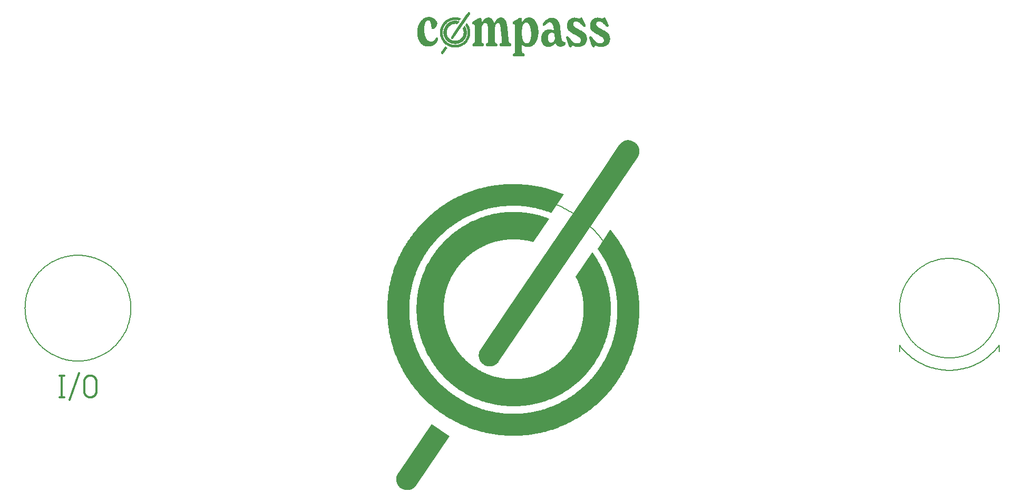
<source format=gbr>
G04 EAGLE Gerber RS-274X export*
G75*
%MOMM*%
%FSLAX34Y34*%
%LPD*%
%INSilkscreen Top*%
%IPPOS*%
%AMOC8*
5,1,8,0,0,1.08239X$1,22.5*%
G01*
G04 Define Apertures*
%ADD10C,0.203200*%
%ADD11C,0.304800*%
G36*
X715218Y404922D02*
X714591Y404931D01*
X713903Y404957D01*
X713154Y405001D01*
X712343Y405062D01*
X711427Y405124D01*
X710362Y405168D01*
X709148Y405194D01*
X707784Y405203D01*
X706562Y405194D01*
X705488Y405168D01*
X704563Y405124D01*
X703787Y405062D01*
X703099Y405001D01*
X702437Y404957D01*
X701802Y404931D01*
X701192Y404922D01*
X700871Y404933D01*
X700574Y404966D01*
X700301Y405021D01*
X700053Y405097D01*
X699828Y405196D01*
X699628Y405317D01*
X699451Y405459D01*
X699299Y405623D01*
X699167Y405801D01*
X699053Y405983D01*
X698957Y406169D01*
X698878Y406360D01*
X698817Y406555D01*
X698773Y406754D01*
X698747Y406958D01*
X698738Y407166D01*
X698745Y407490D01*
X698766Y407793D01*
X698801Y408077D01*
X698850Y408341D01*
X698912Y408585D01*
X698989Y408810D01*
X699080Y409015D01*
X699185Y409200D01*
X699304Y409365D01*
X699436Y409511D01*
X699583Y409637D01*
X699744Y409744D01*
X699918Y409830D01*
X700107Y409897D01*
X700310Y409944D01*
X700526Y409971D01*
X700743Y410009D01*
X700945Y410086D01*
X701134Y410204D01*
X701308Y410362D01*
X701469Y410559D01*
X701616Y410797D01*
X701749Y411074D01*
X701867Y411392D01*
X701972Y411749D01*
X702063Y412147D01*
X702140Y412584D01*
X702203Y413061D01*
X702251Y413579D01*
X702286Y414136D01*
X702307Y414734D01*
X702314Y415371D01*
X702314Y452750D01*
X702306Y453251D01*
X702283Y453717D01*
X702243Y454149D01*
X702187Y454547D01*
X702116Y454912D01*
X702028Y455242D01*
X701925Y455539D01*
X701806Y455801D01*
X701671Y456029D01*
X701520Y456224D01*
X701353Y456384D01*
X701170Y456511D01*
X700972Y456604D01*
X700757Y456662D01*
X700527Y456687D01*
X700281Y456678D01*
X700034Y456663D01*
X699804Y456671D01*
X699589Y456702D01*
X699391Y456756D01*
X699208Y456834D01*
X699041Y456934D01*
X698890Y457057D01*
X698755Y457204D01*
X698636Y457373D01*
X698533Y457565D01*
X698445Y457780D01*
X698374Y458019D01*
X698318Y458280D01*
X698279Y458565D01*
X698255Y458872D01*
X698247Y459202D01*
X698268Y459529D01*
X698332Y459844D01*
X698439Y460147D01*
X698589Y460438D01*
X698781Y460717D01*
X699016Y460984D01*
X699294Y461239D01*
X699614Y461481D01*
X700462Y462027D01*
X701639Y462717D01*
X703145Y463552D01*
X704979Y464532D01*
X709047Y466636D01*
X709621Y466912D01*
X710151Y467109D01*
X710400Y467178D01*
X710638Y467228D01*
X710865Y467257D01*
X711081Y467267D01*
X711463Y467244D01*
X711806Y467175D01*
X712108Y467060D01*
X712369Y466899D01*
X712590Y466692D01*
X712770Y466439D01*
X712910Y466140D01*
X713009Y465794D01*
X713147Y465093D01*
X713246Y464462D01*
X713305Y463901D01*
X713325Y463410D01*
X713325Y460044D01*
X713798Y460867D01*
X714306Y461655D01*
X714850Y462406D01*
X715429Y463121D01*
X716042Y463800D01*
X716691Y464442D01*
X717375Y465049D01*
X718093Y465619D01*
X718467Y465887D01*
X718851Y466137D01*
X719245Y466370D01*
X719649Y466586D01*
X720064Y466784D01*
X720490Y466965D01*
X720926Y467129D01*
X721372Y467276D01*
X721829Y467405D01*
X722296Y467518D01*
X722773Y467612D01*
X723261Y467690D01*
X723759Y467751D01*
X724268Y467794D01*
X724787Y467820D01*
X725317Y467828D01*
X725692Y467822D01*
X726065Y467802D01*
X726435Y467769D01*
X726803Y467723D01*
X727529Y467591D01*
X728245Y467407D01*
X728949Y467171D01*
X729643Y466881D01*
X730326Y466540D01*
X730997Y466145D01*
X731652Y465703D01*
X732284Y465218D01*
X732892Y464690D01*
X733478Y464120D01*
X734041Y463507D01*
X734580Y462851D01*
X735097Y462153D01*
X735591Y461411D01*
X736060Y460628D01*
X736505Y459805D01*
X736924Y458941D01*
X737318Y458036D01*
X737686Y457091D01*
X738030Y456106D01*
X738348Y455079D01*
X738641Y454013D01*
X738921Y452928D01*
X739163Y451812D01*
X739368Y450666D01*
X739536Y449489D01*
X739666Y448282D01*
X739759Y447044D01*
X739815Y445775D01*
X739834Y444475D01*
X739813Y443106D01*
X739750Y441771D01*
X739646Y440468D01*
X739500Y439198D01*
X739313Y437961D01*
X739084Y436756D01*
X738813Y435585D01*
X738501Y434447D01*
X738170Y433345D01*
X737809Y432286D01*
X737416Y431268D01*
X736993Y430291D01*
X736540Y429357D01*
X736055Y428464D01*
X735540Y427612D01*
X734995Y426802D01*
X734422Y426037D01*
X733824Y425317D01*
X733203Y424643D01*
X732558Y424015D01*
X731888Y423433D01*
X731195Y422897D01*
X730477Y422407D01*
X729735Y421964D01*
X728972Y421569D01*
X728192Y421227D01*
X727394Y420938D01*
X726579Y420701D01*
X725746Y420517D01*
X725323Y420445D01*
X724896Y420386D01*
X724464Y420340D01*
X724028Y420307D01*
X723588Y420287D01*
X723143Y420280D01*
X722188Y420300D01*
X721287Y420357D01*
X720439Y420453D01*
X719645Y420587D01*
X718905Y420760D01*
X718218Y420971D01*
X717586Y421220D01*
X717006Y421508D01*
X716466Y421821D01*
X715948Y422145D01*
X715453Y422482D01*
X714981Y422831D01*
X714533Y423192D01*
X714107Y423566D01*
X713704Y423951D01*
X713325Y424348D01*
X713325Y415371D01*
X713333Y414743D01*
X713359Y414153D01*
X713401Y413604D01*
X713461Y413094D01*
X713537Y412624D01*
X713630Y412194D01*
X713741Y411804D01*
X713868Y411453D01*
X714013Y411142D01*
X714174Y410871D01*
X714352Y410639D01*
X714548Y410447D01*
X714760Y410295D01*
X714989Y410182D01*
X715235Y410110D01*
X715499Y410077D01*
X715762Y410053D01*
X716008Y410008D01*
X716238Y409942D01*
X716450Y409855D01*
X716645Y409747D01*
X716823Y409618D01*
X716985Y409468D01*
X717129Y409296D01*
X717257Y409104D01*
X717367Y408890D01*
X717460Y408656D01*
X717537Y408400D01*
X717596Y408123D01*
X717639Y407825D01*
X717664Y407506D01*
X717673Y407166D01*
X717663Y406974D01*
X717635Y406783D01*
X717589Y406593D01*
X717524Y406404D01*
X717440Y406216D01*
X717337Y406029D01*
X717077Y405658D01*
X716917Y405486D01*
X716737Y405336D01*
X716536Y405210D01*
X716314Y405106D01*
X716071Y405026D01*
X715808Y404968D01*
X715523Y404934D01*
X715218Y404922D01*
G37*
%LPC*%
G36*
X721390Y426031D02*
X721737Y426047D01*
X722077Y426093D01*
X722411Y426170D01*
X722737Y426279D01*
X723057Y426418D01*
X723370Y426588D01*
X723676Y426789D01*
X723976Y427022D01*
X724268Y427285D01*
X724554Y427579D01*
X724832Y427904D01*
X725104Y428260D01*
X725369Y428647D01*
X725627Y429065D01*
X725879Y429514D01*
X726123Y429993D01*
X726357Y430503D01*
X726575Y431040D01*
X726779Y431606D01*
X726967Y432200D01*
X727140Y432823D01*
X727298Y433473D01*
X727442Y434152D01*
X727570Y434859D01*
X727683Y435594D01*
X727781Y436357D01*
X727864Y437149D01*
X727931Y437968D01*
X727984Y438816D01*
X728022Y439693D01*
X728044Y440597D01*
X728052Y441530D01*
X728042Y442503D01*
X728012Y443458D01*
X727963Y444396D01*
X727894Y445317D01*
X727805Y446220D01*
X727697Y447105D01*
X727569Y447973D01*
X727421Y448823D01*
X727256Y449650D01*
X727079Y450449D01*
X726888Y451220D01*
X726684Y451961D01*
X726467Y452675D01*
X726237Y453360D01*
X725994Y454016D01*
X725738Y454644D01*
X725468Y455241D01*
X725185Y455805D01*
X724889Y456337D01*
X724580Y456835D01*
X724258Y457301D01*
X723923Y457734D01*
X723575Y458134D01*
X723213Y458501D01*
X722859Y458813D01*
X722498Y459084D01*
X722131Y459313D01*
X721758Y459500D01*
X721377Y459646D01*
X720991Y459750D01*
X720597Y459813D01*
X720197Y459833D01*
X719833Y459819D01*
X719476Y459775D01*
X719127Y459703D01*
X718786Y459601D01*
X718452Y459470D01*
X718126Y459311D01*
X717808Y459122D01*
X717497Y458904D01*
X717194Y458657D01*
X716899Y458382D01*
X716611Y458077D01*
X716331Y457743D01*
X716059Y457380D01*
X715795Y456988D01*
X715538Y456567D01*
X715288Y456117D01*
X715051Y455641D01*
X714828Y455145D01*
X714621Y454627D01*
X714429Y454087D01*
X714253Y453526D01*
X714092Y452944D01*
X713946Y452341D01*
X713816Y451716D01*
X713701Y451070D01*
X713601Y450402D01*
X713516Y449713D01*
X713447Y449003D01*
X713394Y448271D01*
X713355Y447518D01*
X713332Y446744D01*
X713325Y445948D01*
X713325Y441179D01*
X713333Y440347D01*
X713359Y439535D01*
X713401Y438743D01*
X713461Y437971D01*
X713537Y437218D01*
X713630Y436485D01*
X713741Y435771D01*
X713868Y435078D01*
X714013Y434404D01*
X714174Y433750D01*
X714352Y433115D01*
X714548Y432500D01*
X714760Y431905D01*
X714989Y431330D01*
X715235Y430775D01*
X715499Y430239D01*
X715776Y429729D01*
X716066Y429253D01*
X716368Y428809D01*
X716682Y428398D01*
X717008Y428020D01*
X717346Y427675D01*
X717696Y427362D01*
X718058Y427083D01*
X718433Y426836D01*
X718819Y426623D01*
X719217Y426442D01*
X719628Y426294D01*
X720050Y426179D01*
X720484Y426097D01*
X720931Y426047D01*
X721390Y426031D01*
G37*
%LPD*%
G36*
X693548Y421262D02*
X692910Y421271D01*
X692260Y421297D01*
X691596Y421341D01*
X690918Y421403D01*
X690153Y421464D01*
X689226Y421508D01*
X688137Y421534D01*
X686886Y421543D01*
X685575Y421534D01*
X684449Y421508D01*
X683507Y421464D01*
X682748Y421403D01*
X682086Y421341D01*
X681433Y421297D01*
X680789Y421271D01*
X680153Y421262D01*
X679831Y421272D01*
X679529Y421302D01*
X679248Y421351D01*
X678988Y421420D01*
X678748Y421509D01*
X678530Y421617D01*
X678332Y421745D01*
X678155Y421893D01*
X677999Y422056D01*
X677863Y422227D01*
X677749Y422406D01*
X677655Y422595D01*
X677582Y422792D01*
X677530Y422998D01*
X677499Y423213D01*
X677489Y423436D01*
X677496Y423743D01*
X677516Y424030D01*
X677551Y424299D01*
X677600Y424550D01*
X677663Y424781D01*
X677740Y424994D01*
X677831Y425189D01*
X677936Y425365D01*
X678054Y425522D01*
X678187Y425661D01*
X678334Y425781D01*
X678494Y425882D01*
X678669Y425965D01*
X678858Y426029D01*
X679060Y426074D01*
X679277Y426101D01*
X679493Y426133D01*
X679696Y426194D01*
X679885Y426284D01*
X680059Y426404D01*
X680220Y426552D01*
X680367Y426729D01*
X680499Y426935D01*
X680618Y427171D01*
X680723Y427435D01*
X680814Y427728D01*
X680891Y428051D01*
X680953Y428402D01*
X681002Y428783D01*
X681037Y429192D01*
X681058Y429631D01*
X681065Y430099D01*
X681039Y430835D01*
X680960Y431782D01*
X680864Y432816D01*
X680785Y433815D01*
X679382Y448192D01*
X679271Y449229D01*
X679148Y450234D01*
X679012Y451210D01*
X678865Y452154D01*
X678705Y453068D01*
X678534Y453951D01*
X678350Y454804D01*
X678155Y455626D01*
X678048Y456016D01*
X677928Y456382D01*
X677797Y456722D01*
X677653Y457037D01*
X677497Y457327D01*
X677328Y457591D01*
X677147Y457831D01*
X676954Y458045D01*
X676748Y458234D01*
X676530Y458398D01*
X676300Y458537D01*
X676057Y458650D01*
X675803Y458738D01*
X675535Y458801D01*
X675256Y458839D01*
X674964Y458852D01*
X674728Y458842D01*
X674495Y458812D01*
X674264Y458763D01*
X674035Y458694D01*
X673808Y458605D01*
X673583Y458497D01*
X673361Y458368D01*
X673141Y458220D01*
X672922Y458053D01*
X672707Y457865D01*
X672281Y457431D01*
X671865Y456919D01*
X671457Y456327D01*
X671262Y455997D01*
X671079Y455637D01*
X670909Y455247D01*
X670752Y454828D01*
X670607Y454379D01*
X670475Y453901D01*
X670355Y453393D01*
X670248Y452856D01*
X670153Y452288D01*
X670071Y451692D01*
X670002Y451066D01*
X669945Y450410D01*
X669901Y449724D01*
X669870Y449009D01*
X669851Y448265D01*
X669844Y447491D01*
X669844Y431782D01*
X669852Y431136D01*
X669876Y430530D01*
X669915Y429964D01*
X669969Y429439D01*
X670040Y428954D01*
X670126Y428509D01*
X670227Y428105D01*
X670344Y427740D01*
X670477Y427417D01*
X670625Y427133D01*
X670789Y426889D01*
X670969Y426686D01*
X671164Y426523D01*
X671375Y426401D01*
X671601Y426319D01*
X671843Y426277D01*
X672085Y426245D01*
X672312Y426194D01*
X672522Y426123D01*
X672718Y426033D01*
X672897Y425924D01*
X673061Y425795D01*
X673209Y425647D01*
X673342Y425479D01*
X673459Y425292D01*
X673561Y425085D01*
X673647Y424859D01*
X673717Y424613D01*
X673772Y424348D01*
X673811Y424064D01*
X673834Y423760D01*
X673842Y423436D01*
X673833Y423260D01*
X673807Y423083D01*
X673763Y422905D01*
X673702Y422726D01*
X673526Y422365D01*
X673281Y421999D01*
X673128Y421826D01*
X672952Y421676D01*
X672752Y421550D01*
X672527Y421446D01*
X672278Y421366D01*
X672005Y421308D01*
X671708Y421274D01*
X671387Y421262D01*
X670771Y421271D01*
X670116Y421297D01*
X669421Y421341D01*
X668687Y421403D01*
X667852Y421464D01*
X666855Y421508D01*
X665696Y421534D01*
X664374Y421543D01*
X663121Y421534D01*
X662025Y421508D01*
X661087Y421464D01*
X660307Y421403D01*
X659623Y421341D01*
X658974Y421297D01*
X658361Y421271D01*
X657782Y421262D01*
X657461Y421274D01*
X657162Y421308D01*
X656886Y421366D01*
X656634Y421446D01*
X656404Y421550D01*
X656198Y421676D01*
X656014Y421826D01*
X655854Y421999D01*
X655593Y422365D01*
X655490Y422546D01*
X655407Y422726D01*
X655341Y422905D01*
X655295Y423083D01*
X655267Y423260D01*
X655258Y423436D01*
X655265Y423760D01*
X655286Y424064D01*
X655322Y424348D01*
X655371Y424613D01*
X655436Y424859D01*
X655514Y425085D01*
X655607Y425292D01*
X655713Y425479D01*
X655834Y425647D01*
X655970Y425795D01*
X656119Y425924D01*
X656283Y426033D01*
X656461Y426123D01*
X656654Y426194D01*
X656860Y426245D01*
X657081Y426277D01*
X657302Y426319D01*
X657508Y426401D01*
X657701Y426523D01*
X657879Y426686D01*
X658042Y426889D01*
X658192Y427133D01*
X658327Y427417D01*
X658448Y427740D01*
X658555Y428105D01*
X658648Y428509D01*
X658726Y428954D01*
X658790Y429439D01*
X658840Y429964D01*
X658876Y430530D01*
X658897Y431136D01*
X658904Y431782D01*
X658904Y447561D01*
X658891Y448571D01*
X658852Y449566D01*
X658786Y450547D01*
X658694Y451514D01*
X658576Y452467D01*
X658431Y453406D01*
X658260Y454330D01*
X658063Y455240D01*
X657950Y455677D01*
X657822Y456086D01*
X657678Y456467D01*
X657519Y456820D01*
X657345Y457145D01*
X657155Y457441D01*
X656950Y457709D01*
X656730Y457949D01*
X656495Y458160D01*
X656244Y458344D01*
X655977Y458499D01*
X655696Y458626D01*
X655399Y458725D01*
X655087Y458795D01*
X654759Y458838D01*
X654416Y458852D01*
X654145Y458841D01*
X653877Y458811D01*
X653611Y458759D01*
X653347Y458687D01*
X653085Y458595D01*
X652825Y458482D01*
X652567Y458348D01*
X652312Y458194D01*
X652059Y458020D01*
X651808Y457824D01*
X651559Y457609D01*
X651313Y457372D01*
X650826Y456838D01*
X650348Y456222D01*
X650119Y455878D01*
X649905Y455505D01*
X649705Y455101D01*
X649520Y454668D01*
X649350Y454205D01*
X649195Y453712D01*
X649054Y453189D01*
X648928Y452636D01*
X648817Y452054D01*
X648721Y451441D01*
X648640Y450799D01*
X648573Y450127D01*
X648522Y449425D01*
X648485Y448693D01*
X648462Y447932D01*
X648455Y447140D01*
X648455Y431782D01*
X648462Y431136D01*
X648484Y430530D01*
X648520Y429964D01*
X648571Y429439D01*
X648636Y428954D01*
X648716Y428509D01*
X648811Y428105D01*
X648920Y427740D01*
X649043Y427417D01*
X649181Y427133D01*
X649333Y426889D01*
X649500Y426686D01*
X649682Y426523D01*
X649878Y426401D01*
X650088Y426319D01*
X650313Y426277D01*
X650538Y426245D01*
X650749Y426194D01*
X650945Y426123D01*
X651126Y426033D01*
X651293Y425924D01*
X651446Y425795D01*
X651584Y425647D01*
X651707Y425479D01*
X651816Y425292D01*
X651910Y425085D01*
X651990Y424859D01*
X652056Y424613D01*
X652107Y424348D01*
X652143Y424064D01*
X652165Y423760D01*
X652172Y423436D01*
X652163Y423260D01*
X652135Y423083D01*
X652088Y422905D01*
X652023Y422726D01*
X651939Y422546D01*
X651837Y422365D01*
X651576Y421999D01*
X651416Y421826D01*
X651236Y421676D01*
X651035Y421550D01*
X650813Y421446D01*
X650570Y421366D01*
X650307Y421308D01*
X650022Y421274D01*
X649717Y421262D01*
X649134Y421271D01*
X648508Y421297D01*
X647837Y421341D01*
X647123Y421403D01*
X646316Y421464D01*
X645369Y421508D01*
X644282Y421534D01*
X643055Y421543D01*
X641771Y421534D01*
X640653Y421508D01*
X639702Y421464D01*
X638917Y421403D01*
X638229Y421341D01*
X637567Y421297D01*
X636932Y421271D01*
X636323Y421262D01*
X636001Y421274D01*
X635702Y421308D01*
X635427Y421366D01*
X635174Y421446D01*
X634945Y421550D01*
X634738Y421676D01*
X634555Y421826D01*
X634394Y421999D01*
X634133Y422365D01*
X634031Y422546D01*
X633947Y422726D01*
X633882Y422905D01*
X633835Y423083D01*
X633807Y423260D01*
X633798Y423436D01*
X633805Y423760D01*
X633827Y424064D01*
X633863Y424348D01*
X633914Y424613D01*
X633979Y424859D01*
X634059Y425085D01*
X634154Y425292D01*
X634263Y425479D01*
X634386Y425647D01*
X634524Y425795D01*
X634676Y425924D01*
X634843Y426033D01*
X635025Y426123D01*
X635221Y426194D01*
X635431Y426245D01*
X635656Y426277D01*
X635881Y426319D01*
X636092Y426401D01*
X636288Y426523D01*
X636469Y426686D01*
X636636Y426889D01*
X636789Y427133D01*
X636927Y427417D01*
X637050Y427740D01*
X637159Y428105D01*
X637253Y428509D01*
X637333Y428954D01*
X637399Y429439D01*
X637449Y429964D01*
X637486Y430530D01*
X637508Y431136D01*
X637515Y431782D01*
X637515Y452750D01*
X637507Y453251D01*
X637482Y453717D01*
X637442Y454149D01*
X637385Y454547D01*
X637313Y454912D01*
X637224Y455242D01*
X637119Y455539D01*
X636998Y455801D01*
X636860Y456029D01*
X636707Y456224D01*
X636537Y456384D01*
X636351Y456511D01*
X636149Y456604D01*
X635931Y456662D01*
X635696Y456687D01*
X635446Y456678D01*
X635195Y456663D01*
X634961Y456671D01*
X634743Y456702D01*
X634541Y456756D01*
X634355Y456834D01*
X634185Y456934D01*
X634032Y457057D01*
X633894Y457204D01*
X633773Y457373D01*
X633668Y457565D01*
X633579Y457780D01*
X633506Y458019D01*
X633450Y458280D01*
X633409Y458565D01*
X633385Y458872D01*
X633377Y459202D01*
X633401Y459546D01*
X633471Y459877D01*
X633589Y460195D01*
X633754Y460500D01*
X633966Y460791D01*
X634225Y461069D01*
X634532Y461335D01*
X634885Y461587D01*
X635777Y462139D01*
X636945Y462814D01*
X638389Y463612D01*
X640110Y464532D01*
X642810Y465970D01*
X643765Y466452D01*
X644458Y466776D01*
X644992Y466991D01*
X645474Y467144D01*
X645904Y467236D01*
X646099Y467259D01*
X646281Y467267D01*
X646648Y467245D01*
X646976Y467179D01*
X647266Y467070D01*
X647517Y466916D01*
X647730Y466719D01*
X647905Y466478D01*
X648041Y466193D01*
X648139Y465865D01*
X648277Y465190D01*
X648376Y464567D01*
X648435Y463997D01*
X648455Y463480D01*
X648455Y458571D01*
X648525Y458571D01*
X648915Y459484D01*
X649349Y460364D01*
X649827Y461211D01*
X650348Y462025D01*
X650914Y462806D01*
X651523Y463555D01*
X652176Y464270D01*
X652873Y464953D01*
X653236Y465276D01*
X653605Y465577D01*
X653981Y465859D01*
X654363Y466119D01*
X654752Y466358D01*
X655148Y466577D01*
X655550Y466775D01*
X655959Y466952D01*
X656374Y467108D01*
X656796Y467243D01*
X657224Y467358D01*
X657659Y467451D01*
X658101Y467524D01*
X658549Y467576D01*
X659004Y467607D01*
X659465Y467618D01*
X659916Y467608D01*
X660356Y467577D01*
X660785Y467525D01*
X661203Y467453D01*
X661611Y467361D01*
X662008Y467248D01*
X662394Y467114D01*
X662770Y466960D01*
X663135Y466786D01*
X663490Y466590D01*
X663833Y466375D01*
X664166Y466138D01*
X664488Y465882D01*
X664800Y465604D01*
X665101Y465306D01*
X665391Y464988D01*
X665943Y464310D01*
X666459Y463592D01*
X666938Y462833D01*
X667381Y462034D01*
X667788Y461194D01*
X668159Y460313D01*
X668494Y459392D01*
X668793Y458431D01*
X669179Y459392D01*
X669603Y460313D01*
X670065Y461194D01*
X670563Y462034D01*
X671099Y462833D01*
X671672Y463592D01*
X672283Y464310D01*
X672930Y464988D01*
X673269Y465306D01*
X673618Y465604D01*
X673979Y465882D01*
X674350Y466138D01*
X674733Y466375D01*
X675126Y466590D01*
X675530Y466786D01*
X675946Y466960D01*
X676372Y467114D01*
X676809Y467248D01*
X677257Y467361D01*
X677716Y467453D01*
X678187Y467525D01*
X678668Y467577D01*
X679160Y467608D01*
X679663Y467618D01*
X680061Y467611D01*
X680449Y467590D01*
X680828Y467556D01*
X681197Y467508D01*
X681556Y467447D01*
X681905Y467371D01*
X682244Y467282D01*
X682573Y467179D01*
X682892Y467063D01*
X683202Y466933D01*
X683502Y466789D01*
X683791Y466632D01*
X684071Y466460D01*
X684342Y466275D01*
X684602Y466077D01*
X684852Y465865D01*
X685329Y465396D01*
X685777Y464900D01*
X686197Y464379D01*
X686588Y463831D01*
X686951Y463257D01*
X687285Y462656D01*
X687590Y462029D01*
X687868Y461376D01*
X688121Y460702D01*
X688354Y460013D01*
X688568Y459309D01*
X688762Y458589D01*
X688936Y457853D01*
X689091Y457103D01*
X689225Y456337D01*
X689340Y455556D01*
X689726Y452575D01*
X690042Y449805D01*
X691865Y432623D01*
X691948Y431859D01*
X692041Y431143D01*
X692142Y430476D01*
X692253Y429857D01*
X692373Y429288D01*
X692501Y428767D01*
X692639Y428295D01*
X692786Y427872D01*
X692941Y427497D01*
X693106Y427172D01*
X693280Y426895D01*
X693463Y426667D01*
X693655Y426487D01*
X693856Y426356D01*
X694066Y426275D01*
X694285Y426241D01*
X694501Y426222D01*
X694704Y426181D01*
X694892Y426119D01*
X695067Y426035D01*
X695228Y425931D01*
X695374Y425804D01*
X695507Y425657D01*
X695626Y425488D01*
X695731Y425297D01*
X695821Y425085D01*
X695898Y424852D01*
X695961Y424598D01*
X696010Y424322D01*
X696045Y424025D01*
X696066Y423706D01*
X696073Y423366D01*
X696062Y423127D01*
X696031Y422902D01*
X695979Y422689D01*
X695906Y422490D01*
X695813Y422303D01*
X695698Y422130D01*
X695563Y421970D01*
X695407Y421823D01*
X695232Y421692D01*
X695041Y421578D01*
X694833Y421481D01*
X694609Y421403D01*
X694368Y421341D01*
X694111Y421297D01*
X693838Y421271D01*
X693548Y421262D01*
G37*
G36*
X755753Y420351D02*
X755095Y420366D01*
X754454Y420411D01*
X753831Y420486D01*
X753224Y420592D01*
X752634Y420727D01*
X752061Y420893D01*
X751505Y421089D01*
X750967Y421315D01*
X750445Y421571D01*
X749940Y421857D01*
X749452Y422174D01*
X748981Y422520D01*
X748527Y422897D01*
X748090Y423304D01*
X747670Y423741D01*
X747267Y424208D01*
X746885Y424698D01*
X746528Y425206D01*
X746195Y425731D01*
X745887Y426272D01*
X745603Y426831D01*
X745344Y427406D01*
X745110Y427999D01*
X744900Y428608D01*
X744716Y429235D01*
X744555Y429878D01*
X744420Y430539D01*
X744309Y431216D01*
X744222Y431911D01*
X744161Y432622D01*
X744124Y433351D01*
X744111Y434096D01*
X744125Y434843D01*
X744167Y435576D01*
X744237Y436296D01*
X744335Y437002D01*
X744461Y437694D01*
X744614Y438373D01*
X744796Y439038D01*
X745006Y439689D01*
X745243Y440326D01*
X745509Y440950D01*
X745802Y441560D01*
X746123Y442156D01*
X746473Y442739D01*
X746850Y443308D01*
X747255Y443863D01*
X747688Y444405D01*
X748146Y444923D01*
X748625Y445408D01*
X749125Y445859D01*
X749647Y446277D01*
X750191Y446661D01*
X750755Y447012D01*
X751341Y447329D01*
X751948Y447613D01*
X752577Y447864D01*
X753227Y448081D01*
X753899Y448265D01*
X754591Y448415D01*
X755306Y448532D01*
X756041Y448616D01*
X756798Y448666D01*
X757576Y448683D01*
X758129Y448675D01*
X758666Y448652D01*
X759185Y448614D01*
X759689Y448560D01*
X760176Y448491D01*
X760647Y448407D01*
X761101Y448307D01*
X761539Y448192D01*
X762374Y447933D01*
X763160Y447648D01*
X763899Y447337D01*
X764589Y447000D01*
X764449Y448192D01*
X764292Y449666D01*
X764103Y451039D01*
X763880Y452309D01*
X763625Y453478D01*
X763485Y454024D01*
X763337Y454545D01*
X763180Y455040D01*
X763016Y455510D01*
X762843Y455954D01*
X762662Y456372D01*
X762472Y456766D01*
X762275Y457133D01*
X762069Y457477D01*
X761854Y457799D01*
X761631Y458099D01*
X761398Y458376D01*
X761157Y458631D01*
X760907Y458864D01*
X760649Y459075D01*
X760381Y459264D01*
X760105Y459430D01*
X759820Y459574D01*
X759527Y459696D01*
X759224Y459796D01*
X758913Y459874D01*
X758593Y459929D01*
X758264Y459963D01*
X757927Y459974D01*
X757425Y459954D01*
X756934Y459895D01*
X756456Y459796D01*
X755990Y459658D01*
X755535Y459481D01*
X755093Y459264D01*
X754663Y459007D01*
X754245Y458711D01*
X753419Y458050D01*
X752588Y457326D01*
X751753Y456542D01*
X750914Y455696D01*
X750629Y455428D01*
X750335Y455187D01*
X750033Y454973D01*
X749722Y454784D01*
X749411Y454631D01*
X749108Y454521D01*
X748815Y454455D01*
X748530Y454433D01*
X748387Y454442D01*
X748238Y454466D01*
X747925Y454565D01*
X747589Y454729D01*
X747232Y454959D01*
X747060Y455100D01*
X746910Y455260D01*
X746784Y455438D01*
X746680Y455634D01*
X746599Y455850D01*
X746542Y456084D01*
X746507Y456336D01*
X746496Y456607D01*
X746506Y456838D01*
X746535Y457072D01*
X746585Y457311D01*
X746654Y457554D01*
X746742Y457802D01*
X746851Y458054D01*
X747127Y458571D01*
X747460Y459097D01*
X747828Y459623D01*
X748232Y460149D01*
X748670Y460675D01*
X749246Y461347D01*
X749853Y461994D01*
X750491Y462618D01*
X751159Y463217D01*
X751859Y463792D01*
X752588Y464344D01*
X753349Y464871D01*
X754140Y465374D01*
X754547Y465611D01*
X754961Y465834D01*
X755382Y466041D01*
X755810Y466233D01*
X756245Y466409D01*
X756688Y466570D01*
X757137Y466716D01*
X757594Y466846D01*
X758058Y466961D01*
X758529Y467061D01*
X759007Y467146D01*
X759492Y467215D01*
X759984Y467268D01*
X760483Y467307D01*
X760990Y467330D01*
X761504Y467337D01*
X762239Y467320D01*
X762955Y467269D01*
X763651Y467184D01*
X764328Y467066D01*
X764986Y466913D01*
X765624Y466726D01*
X766243Y466505D01*
X766842Y466250D01*
X767422Y465962D01*
X767982Y465639D01*
X768523Y465282D01*
X769045Y464892D01*
X769547Y464467D01*
X770029Y464008D01*
X770492Y463516D01*
X770936Y462989D01*
X771359Y462434D01*
X771761Y461854D01*
X772140Y461250D01*
X772499Y460622D01*
X772835Y459970D01*
X773150Y459294D01*
X773443Y458594D01*
X773715Y457870D01*
X773965Y457121D01*
X774193Y456349D01*
X774400Y455552D01*
X774585Y454732D01*
X774748Y453887D01*
X774890Y453018D01*
X775010Y452125D01*
X775109Y451208D01*
X776652Y436060D01*
X776801Y434939D01*
X776969Y433927D01*
X777156Y433024D01*
X777362Y432229D01*
X777586Y431542D01*
X777828Y430964D01*
X777957Y430716D01*
X778090Y430495D01*
X778227Y430301D01*
X778370Y430134D01*
X778684Y429834D01*
X779047Y429548D01*
X779459Y429277D01*
X779921Y429020D01*
X780432Y428778D01*
X780993Y428549D01*
X781603Y428335D01*
X782262Y428135D01*
X782529Y428045D01*
X782770Y427916D01*
X782985Y427747D01*
X783174Y427539D01*
X783327Y427296D01*
X783437Y427022D01*
X783502Y426717D01*
X783524Y426382D01*
X783515Y426178D01*
X783489Y425972D01*
X783444Y425762D01*
X783382Y425549D01*
X783204Y425113D01*
X782954Y424664D01*
X782634Y424201D01*
X782242Y423726D01*
X781779Y423237D01*
X781245Y422735D01*
X780953Y422489D01*
X780646Y422258D01*
X780325Y422044D01*
X779989Y421845D01*
X779639Y421662D01*
X779274Y421496D01*
X778895Y421345D01*
X778501Y421210D01*
X778093Y421090D01*
X777670Y420987D01*
X777233Y420900D01*
X776781Y420828D01*
X776314Y420773D01*
X775834Y420733D01*
X775338Y420709D01*
X774828Y420701D01*
X774219Y420724D01*
X773621Y420793D01*
X773032Y420908D01*
X772453Y421069D01*
X771883Y421277D01*
X771324Y421530D01*
X770774Y421829D01*
X770235Y422174D01*
X769718Y422570D01*
X769238Y423020D01*
X768793Y423525D01*
X768385Y424085D01*
X768013Y424700D01*
X767677Y425369D01*
X767377Y426094D01*
X767346Y426186D01*
X767114Y426873D01*
X766869Y426536D01*
X766625Y426202D01*
X766104Y425558D01*
X765551Y424940D01*
X764966Y424348D01*
X764350Y423783D01*
X763702Y423243D01*
X763022Y422731D01*
X762310Y422244D01*
X761571Y421800D01*
X761193Y421601D01*
X760809Y421416D01*
X760419Y421246D01*
X760024Y421090D01*
X759623Y420950D01*
X759216Y420824D01*
X758803Y420713D01*
X758384Y420617D01*
X757960Y420535D01*
X757530Y420469D01*
X757095Y420417D01*
X756653Y420380D01*
X756206Y420358D01*
X755753Y420351D01*
G37*
%LPC*%
G36*
X760031Y427153D02*
X760267Y427159D01*
X760500Y427178D01*
X760962Y427254D01*
X761416Y427380D01*
X761863Y427556D01*
X762302Y427783D01*
X762733Y428060D01*
X763157Y428388D01*
X763572Y428766D01*
X763679Y428875D01*
X763972Y429176D01*
X764346Y429599D01*
X764695Y430035D01*
X765019Y430484D01*
X765317Y430947D01*
X765591Y431422D01*
X765839Y431911D01*
X766062Y432413D01*
X765080Y442021D01*
X764679Y442316D01*
X764247Y442573D01*
X763785Y442790D01*
X763292Y442967D01*
X762781Y443105D01*
X762266Y443204D01*
X761747Y443263D01*
X761223Y443283D01*
X760894Y443275D01*
X760572Y443250D01*
X760257Y443209D01*
X759950Y443151D01*
X759650Y443077D01*
X759357Y442987D01*
X759072Y442880D01*
X758795Y442757D01*
X758525Y442617D01*
X758262Y442461D01*
X758006Y442288D01*
X757758Y442099D01*
X757518Y441894D01*
X757284Y441672D01*
X756840Y441179D01*
X756632Y440909D01*
X756437Y440625D01*
X756256Y440326D01*
X756088Y440013D01*
X755934Y439686D01*
X755793Y439345D01*
X755665Y438989D01*
X755551Y438619D01*
X755451Y438235D01*
X755363Y437837D01*
X755290Y437424D01*
X755229Y436998D01*
X755182Y436556D01*
X755149Y436101D01*
X755128Y435632D01*
X755122Y435148D01*
X755143Y434291D01*
X755207Y433474D01*
X755314Y432696D01*
X755464Y431957D01*
X755656Y431258D01*
X755891Y430598D01*
X756169Y429978D01*
X756489Y429397D01*
X756844Y428871D01*
X757223Y428415D01*
X757423Y428214D01*
X757628Y428030D01*
X757840Y427863D01*
X758058Y427714D01*
X758283Y427583D01*
X758514Y427469D01*
X758751Y427372D01*
X758994Y427293D01*
X759244Y427232D01*
X759500Y427188D01*
X759762Y427162D01*
X760031Y427153D01*
G37*
%LPD*%
G36*
X791098Y419790D02*
X790776Y419807D01*
X790476Y419860D01*
X790197Y419947D01*
X789941Y420070D01*
X789707Y420228D01*
X789494Y420421D01*
X789303Y420649D01*
X789135Y420912D01*
X788832Y421477D01*
X788556Y422051D01*
X788306Y422634D01*
X788083Y423226D01*
X785979Y429397D01*
X784787Y433044D01*
X784602Y433675D01*
X784471Y434236D01*
X784392Y434727D01*
X784366Y435148D01*
X784376Y435420D01*
X784407Y435676D01*
X784459Y435915D01*
X784532Y436138D01*
X784626Y436345D01*
X784740Y436535D01*
X784876Y436709D01*
X785032Y436866D01*
X785201Y437006D01*
X785376Y437127D01*
X785556Y437229D01*
X785742Y437313D01*
X785933Y437378D01*
X786130Y437425D01*
X786332Y437453D01*
X786540Y437462D01*
X786763Y437452D01*
X786978Y437421D01*
X787184Y437368D01*
X787381Y437296D01*
X787570Y437202D01*
X787749Y437087D01*
X787920Y436952D01*
X788083Y436796D01*
X788661Y436156D01*
X789135Y435569D01*
X789857Y434604D01*
X790588Y433673D01*
X791326Y432776D01*
X792071Y431913D01*
X792825Y431084D01*
X793586Y430289D01*
X794354Y429528D01*
X795131Y428801D01*
X795524Y428457D01*
X795922Y428135D01*
X796327Y427836D01*
X796737Y427559D01*
X797153Y427303D01*
X797575Y427070D01*
X798002Y426860D01*
X798435Y426671D01*
X798874Y426505D01*
X799319Y426360D01*
X799770Y426238D01*
X800226Y426138D01*
X800688Y426061D01*
X801156Y426005D01*
X801629Y425972D01*
X802108Y425961D01*
X802725Y425984D01*
X803312Y426053D01*
X803869Y426168D01*
X804396Y426329D01*
X804894Y426536D01*
X805363Y426789D01*
X805802Y427088D01*
X806211Y427434D01*
X806581Y427813D01*
X806901Y428214D01*
X807173Y428637D01*
X807394Y429082D01*
X807567Y429548D01*
X807690Y430037D01*
X807764Y430548D01*
X807783Y430811D01*
X807789Y431080D01*
X807779Y431452D01*
X807751Y431815D01*
X807703Y432167D01*
X807636Y432509D01*
X807549Y432842D01*
X807444Y433165D01*
X807319Y433477D01*
X807175Y433780D01*
X807012Y434073D01*
X806830Y434357D01*
X806629Y434630D01*
X806408Y434894D01*
X806169Y435147D01*
X805910Y435391D01*
X805632Y435625D01*
X805334Y435849D01*
X804693Y436293D01*
X803998Y436748D01*
X803247Y437213D01*
X802442Y437690D01*
X801581Y438178D01*
X800666Y438676D01*
X798672Y439706D01*
X797426Y440364D01*
X796211Y441041D01*
X795028Y441736D01*
X793877Y442450D01*
X792758Y443183D01*
X791670Y443934D01*
X790614Y444704D01*
X789590Y445492D01*
X789102Y445903D01*
X788645Y446338D01*
X788220Y446798D01*
X787826Y447282D01*
X787464Y447791D01*
X787133Y448324D01*
X786834Y448881D01*
X786566Y449463D01*
X786330Y450069D01*
X786125Y450700D01*
X785952Y451354D01*
X785810Y452034D01*
X785700Y452737D01*
X785621Y453465D01*
X785574Y454218D01*
X785558Y454994D01*
X785572Y455679D01*
X785614Y456347D01*
X785684Y456999D01*
X785781Y457635D01*
X785907Y458255D01*
X786061Y458859D01*
X786243Y459446D01*
X786452Y460018D01*
X786690Y460573D01*
X786955Y461112D01*
X787248Y461634D01*
X787570Y462141D01*
X787919Y462632D01*
X788296Y463106D01*
X788701Y463564D01*
X789135Y464006D01*
X789587Y464426D01*
X790052Y464820D01*
X790528Y465186D01*
X791015Y465525D01*
X791514Y465837D01*
X792024Y466122D01*
X792546Y466379D01*
X793079Y466610D01*
X793624Y466813D01*
X794181Y466989D01*
X794748Y467139D01*
X795328Y467261D01*
X795919Y467355D01*
X796521Y467423D01*
X797135Y467464D01*
X797760Y467478D01*
X798497Y467464D01*
X799198Y467425D01*
X799864Y467359D01*
X800496Y467267D01*
X801092Y467149D01*
X801653Y467004D01*
X802179Y466833D01*
X802670Y466636D01*
X803546Y466268D01*
X804282Y466005D01*
X804598Y465913D01*
X804879Y465847D01*
X805124Y465808D01*
X805334Y465794D01*
X805525Y465809D01*
X805709Y465851D01*
X805888Y465923D01*
X806062Y466022D01*
X806230Y466151D01*
X806393Y466307D01*
X806550Y466492D01*
X806702Y466706D01*
X806860Y466920D01*
X807037Y467105D01*
X807233Y467262D01*
X807447Y467390D01*
X807680Y467490D01*
X807931Y467561D01*
X808202Y467604D01*
X808490Y467618D01*
X808796Y467602D01*
X809082Y467556D01*
X809348Y467480D01*
X809595Y467372D01*
X809822Y467234D01*
X810029Y467066D01*
X810216Y466866D01*
X810384Y466636D01*
X810695Y466128D01*
X810997Y465584D01*
X811291Y465005D01*
X811576Y464392D01*
X813960Y459202D01*
X814556Y457721D01*
X815082Y456362D01*
X815297Y455755D01*
X815451Y455231D01*
X815543Y454791D01*
X815566Y454602D01*
X815573Y454433D01*
X815565Y454196D01*
X815538Y453973D01*
X815494Y453766D01*
X815433Y453574D01*
X815354Y453398D01*
X815258Y453237D01*
X815144Y453091D01*
X815012Y452961D01*
X814723Y452746D01*
X814416Y452593D01*
X814256Y452539D01*
X814092Y452501D01*
X813923Y452478D01*
X813750Y452470D01*
X813543Y452478D01*
X813345Y452501D01*
X813153Y452539D01*
X812970Y452593D01*
X812794Y452662D01*
X812626Y452746D01*
X812465Y452846D01*
X812312Y452961D01*
X811672Y453522D01*
X810945Y454223D01*
X810212Y455042D01*
X809487Y455814D01*
X808770Y456541D01*
X808061Y457221D01*
X807359Y457856D01*
X806665Y458444D01*
X805978Y458986D01*
X805299Y459483D01*
X804627Y459927D01*
X803960Y460311D01*
X803299Y460637D01*
X802643Y460903D01*
X801993Y461110D01*
X801670Y461191D01*
X801348Y461258D01*
X801028Y461310D01*
X800709Y461347D01*
X800391Y461369D01*
X800075Y461376D01*
X799595Y461358D01*
X799137Y461302D01*
X798701Y461209D01*
X798286Y461078D01*
X797894Y460911D01*
X797524Y460706D01*
X797175Y460463D01*
X796849Y460184D01*
X796553Y459873D01*
X796297Y459535D01*
X796080Y459172D01*
X795902Y458781D01*
X795764Y458365D01*
X795665Y457922D01*
X795606Y457453D01*
X795586Y456958D01*
X795595Y456638D01*
X795623Y456327D01*
X795668Y456025D01*
X795731Y455731D01*
X795812Y455446D01*
X795912Y455170D01*
X796029Y454902D01*
X796165Y454644D01*
X796319Y454394D01*
X796490Y454153D01*
X796680Y453921D01*
X796888Y453697D01*
X797114Y453482D01*
X797358Y453276D01*
X797620Y453079D01*
X797901Y452891D01*
X799150Y452115D01*
X800583Y451260D01*
X802201Y450327D01*
X804002Y449314D01*
X805286Y448591D01*
X806542Y447859D01*
X807771Y447118D01*
X808972Y446369D01*
X810147Y445610D01*
X811293Y444843D01*
X812413Y444067D01*
X813505Y443283D01*
X814027Y442874D01*
X814515Y442438D01*
X814970Y441974D01*
X815391Y441481D01*
X815779Y440961D01*
X816133Y440413D01*
X816453Y439837D01*
X816739Y439233D01*
X816992Y438601D01*
X817211Y437941D01*
X817396Y437253D01*
X817548Y436537D01*
X817666Y435794D01*
X817750Y435022D01*
X817801Y434222D01*
X817817Y433395D01*
X817800Y432609D01*
X817748Y431846D01*
X817662Y431107D01*
X817541Y430392D01*
X817386Y429701D01*
X817196Y429032D01*
X816972Y428388D01*
X816713Y427767D01*
X816420Y427169D01*
X816092Y426595D01*
X815729Y426045D01*
X815332Y425518D01*
X814901Y425015D01*
X814435Y424535D01*
X813934Y424079D01*
X813399Y423647D01*
X812843Y423239D01*
X812278Y422858D01*
X811706Y422503D01*
X811124Y422174D01*
X810535Y421872D01*
X809938Y421595D01*
X809332Y421346D01*
X808718Y421122D01*
X808096Y420925D01*
X807466Y420754D01*
X806827Y420609D01*
X806180Y420491D01*
X805525Y420399D01*
X804862Y420333D01*
X804191Y420294D01*
X803511Y420280D01*
X802720Y420295D01*
X801962Y420337D01*
X801235Y420409D01*
X800539Y420508D01*
X799876Y420637D01*
X799244Y420793D01*
X798644Y420978D01*
X798076Y421192D01*
X797039Y421591D01*
X796572Y421748D01*
X796139Y421876D01*
X795739Y421976D01*
X795374Y422047D01*
X795042Y422090D01*
X794745Y422104D01*
X794427Y422086D01*
X794140Y422031D01*
X793884Y421941D01*
X793658Y421815D01*
X793463Y421652D01*
X793298Y421453D01*
X793165Y421218D01*
X793062Y420947D01*
X792954Y420675D01*
X792808Y420440D01*
X792621Y420242D01*
X792396Y420079D01*
X792130Y419952D01*
X791826Y419862D01*
X791482Y419808D01*
X791098Y419790D01*
G37*
G36*
X828126Y419790D02*
X827820Y419807D01*
X827533Y419860D01*
X827264Y419947D01*
X827013Y420070D01*
X826781Y420228D01*
X826568Y420421D01*
X826374Y420649D01*
X826198Y420912D01*
X825885Y421477D01*
X825611Y422051D01*
X825376Y422634D01*
X825181Y423226D01*
X823077Y429397D01*
X822350Y431466D01*
X822071Y432316D01*
X821850Y433044D01*
X821681Y433675D01*
X821561Y434236D01*
X821488Y434727D01*
X821464Y435148D01*
X821475Y435420D01*
X821506Y435676D01*
X821558Y435915D01*
X821631Y436138D01*
X821724Y436345D01*
X821839Y436535D01*
X821974Y436709D01*
X822130Y436866D01*
X822300Y437006D01*
X822474Y437127D01*
X822655Y437229D01*
X822840Y437313D01*
X823032Y437378D01*
X823228Y437425D01*
X823431Y437453D01*
X823638Y437462D01*
X823845Y437452D01*
X824046Y437421D01*
X824240Y437368D01*
X824427Y437296D01*
X824608Y437202D01*
X824782Y437087D01*
X824950Y436952D01*
X825111Y436796D01*
X826233Y435569D01*
X826955Y434604D01*
X827684Y433673D01*
X828419Y432776D01*
X829161Y431913D01*
X829909Y431084D01*
X830664Y430289D01*
X831426Y429528D01*
X832194Y428801D01*
X832583Y428457D01*
X832977Y428135D01*
X833378Y427836D01*
X833785Y427559D01*
X834198Y427303D01*
X834617Y427070D01*
X835042Y426860D01*
X835473Y426671D01*
X835909Y426505D01*
X836352Y426360D01*
X836801Y426238D01*
X837256Y426138D01*
X837718Y426061D01*
X838185Y426005D01*
X838658Y425972D01*
X839137Y425961D01*
X839754Y425984D01*
X840342Y426053D01*
X840902Y426168D01*
X841434Y426329D01*
X841936Y426536D01*
X842411Y426789D01*
X842857Y427088D01*
X843274Y427434D01*
X843652Y427813D01*
X843980Y428214D01*
X844257Y428637D01*
X844484Y429082D01*
X844661Y429548D01*
X844787Y430037D01*
X844862Y430548D01*
X844881Y430811D01*
X844887Y431080D01*
X844878Y431452D01*
X844849Y431815D01*
X844800Y432167D01*
X844732Y432509D01*
X844644Y432842D01*
X844537Y433165D01*
X844411Y433477D01*
X844265Y433780D01*
X844100Y434073D01*
X843915Y434357D01*
X843711Y434630D01*
X843487Y434894D01*
X843244Y435147D01*
X842981Y435391D01*
X842699Y435625D01*
X842398Y435849D01*
X841749Y436293D01*
X841046Y436748D01*
X840289Y437213D01*
X839479Y437690D01*
X838615Y438178D01*
X837697Y438676D01*
X835700Y439706D01*
X834470Y440364D01*
X833270Y441041D01*
X832099Y441736D01*
X830958Y442450D01*
X829846Y443183D01*
X828764Y443934D01*
X827712Y444704D01*
X826689Y445492D01*
X826201Y445903D01*
X825744Y446338D01*
X825318Y446798D01*
X824925Y447282D01*
X824562Y447791D01*
X824232Y448324D01*
X823932Y448881D01*
X823665Y449463D01*
X823428Y450069D01*
X823223Y450700D01*
X823050Y451354D01*
X822908Y452034D01*
X822798Y452737D01*
X822719Y453465D01*
X822672Y454218D01*
X822656Y454994D01*
X822670Y455679D01*
X822712Y456347D01*
X822782Y456999D01*
X822880Y457635D01*
X823006Y458255D01*
X823159Y458859D01*
X823341Y459446D01*
X823551Y460018D01*
X823788Y460573D01*
X824054Y461112D01*
X824347Y461634D01*
X824668Y462141D01*
X825018Y462632D01*
X825395Y463106D01*
X825800Y463564D01*
X826233Y464006D01*
X826686Y464426D01*
X827150Y464820D01*
X827626Y465186D01*
X828113Y465525D01*
X828612Y465837D01*
X829123Y466122D01*
X829644Y466379D01*
X830178Y466610D01*
X830723Y466813D01*
X831279Y466989D01*
X831847Y467139D01*
X832426Y467261D01*
X833017Y467355D01*
X833620Y467423D01*
X834233Y467464D01*
X834859Y467478D01*
X835595Y467464D01*
X836294Y467425D01*
X836958Y467359D01*
X837585Y467267D01*
X838176Y467149D01*
X838731Y467004D01*
X839250Y466833D01*
X839733Y466636D01*
X840599Y466268D01*
X841337Y466005D01*
X841659Y465913D01*
X841949Y465847D01*
X842207Y465808D01*
X842433Y465794D01*
X842607Y465809D01*
X842779Y465851D01*
X842949Y465923D01*
X843117Y466022D01*
X843282Y466151D01*
X843445Y466307D01*
X843606Y466492D01*
X843765Y466706D01*
X843932Y466920D01*
X844116Y467105D01*
X844318Y467262D01*
X844537Y467390D01*
X844773Y467490D01*
X845028Y467561D01*
X845299Y467604D01*
X845589Y467618D01*
X845879Y467602D01*
X846152Y467556D01*
X846409Y467480D01*
X846649Y467372D01*
X846873Y467234D01*
X847081Y467066D01*
X847272Y466866D01*
X847447Y466636D01*
X847774Y466128D01*
X848087Y465584D01*
X848387Y465005D01*
X848674Y464392D01*
X850989Y459202D01*
X851324Y458446D01*
X851629Y457721D01*
X851903Y457026D01*
X852146Y456362D01*
X852345Y455755D01*
X852488Y455231D01*
X852573Y454791D01*
X852602Y454433D01*
X852593Y454196D01*
X852567Y453973D01*
X852523Y453766D01*
X852461Y453574D01*
X852382Y453398D01*
X852286Y453237D01*
X852172Y453091D01*
X852041Y452961D01*
X851756Y452746D01*
X851462Y452593D01*
X851312Y452539D01*
X851160Y452501D01*
X851005Y452478D01*
X850848Y452470D01*
X850641Y452478D01*
X850441Y452501D01*
X850247Y452539D01*
X850059Y452593D01*
X849879Y452662D01*
X849704Y452746D01*
X849537Y452846D01*
X849376Y452961D01*
X849056Y453224D01*
X848727Y453522D01*
X848389Y453855D01*
X848043Y454223D01*
X847295Y455042D01*
X846557Y455814D01*
X845831Y456541D01*
X845115Y457221D01*
X844411Y457856D01*
X843717Y458444D01*
X843034Y458986D01*
X842363Y459483D01*
X841699Y459927D01*
X841039Y460311D01*
X840384Y460637D01*
X839733Y460903D01*
X839086Y461110D01*
X838765Y461191D01*
X838444Y461258D01*
X838125Y461310D01*
X837807Y461347D01*
X837489Y461369D01*
X837173Y461376D01*
X836693Y461358D01*
X836235Y461302D01*
X835799Y461209D01*
X835385Y461078D01*
X834993Y460911D01*
X834622Y460706D01*
X834274Y460463D01*
X833947Y460184D01*
X833651Y459873D01*
X833395Y459535D01*
X833178Y459172D01*
X833000Y458781D01*
X832862Y458365D01*
X832764Y457922D01*
X832705Y457453D01*
X832685Y456958D01*
X832694Y456638D01*
X832721Y456327D01*
X832765Y456025D01*
X832827Y455731D01*
X832907Y455446D01*
X833005Y455170D01*
X833121Y454902D01*
X833255Y454644D01*
X833406Y454394D01*
X833575Y454153D01*
X833762Y453921D01*
X833967Y453697D01*
X834190Y453482D01*
X834430Y453276D01*
X834688Y453079D01*
X834964Y452891D01*
X836198Y452115D01*
X837620Y451260D01*
X839231Y450327D01*
X841030Y449314D01*
X842330Y448591D01*
X843601Y447859D01*
X844842Y447118D01*
X846053Y446369D01*
X847235Y445610D01*
X848387Y444843D01*
X849510Y444067D01*
X850603Y443283D01*
X851125Y442874D01*
X851614Y442438D01*
X852069Y441974D01*
X852490Y441481D01*
X852877Y440961D01*
X853231Y440413D01*
X853551Y439837D01*
X853838Y439233D01*
X854090Y438601D01*
X854309Y437941D01*
X854495Y437253D01*
X854646Y436537D01*
X854764Y435794D01*
X854849Y435022D01*
X854899Y434222D01*
X854916Y433395D01*
X854899Y432609D01*
X854846Y431846D01*
X854759Y431107D01*
X854638Y430392D01*
X854481Y429701D01*
X854290Y429032D01*
X854064Y428388D01*
X853803Y427767D01*
X853507Y427169D01*
X853176Y426595D01*
X852811Y426045D01*
X852411Y425518D01*
X851976Y425015D01*
X851506Y424535D01*
X851002Y424079D01*
X850463Y423647D01*
X849902Y423239D01*
X849335Y422858D01*
X848759Y422503D01*
X848177Y422174D01*
X847587Y421872D01*
X846990Y421595D01*
X846385Y421346D01*
X845773Y421122D01*
X845153Y420925D01*
X844526Y420754D01*
X843892Y420609D01*
X843250Y420491D01*
X842601Y420399D01*
X841945Y420333D01*
X841281Y420294D01*
X840610Y420280D01*
X839818Y420295D01*
X839058Y420337D01*
X838328Y420409D01*
X837629Y420508D01*
X836961Y420637D01*
X836323Y420793D01*
X835716Y420978D01*
X835139Y421192D01*
X834092Y421591D01*
X833624Y421748D01*
X833193Y421876D01*
X832800Y421976D01*
X832444Y422047D01*
X832125Y422090D01*
X831843Y422104D01*
X831525Y422086D01*
X831236Y422031D01*
X830977Y421941D01*
X830748Y421815D01*
X830548Y421652D01*
X830377Y421453D01*
X830236Y421218D01*
X830125Y420947D01*
X830010Y420675D01*
X829856Y420440D01*
X829663Y420242D01*
X829433Y420079D01*
X829164Y419952D01*
X828856Y419862D01*
X828511Y419808D01*
X828126Y419790D01*
G37*
G36*
X562827Y420982D02*
X562347Y420988D01*
X561873Y421006D01*
X560938Y421078D01*
X560023Y421199D01*
X559128Y421367D01*
X558252Y421584D01*
X557396Y421850D01*
X556560Y422163D01*
X555744Y422525D01*
X554951Y422932D01*
X554184Y423384D01*
X553443Y423879D01*
X552728Y424418D01*
X552040Y425001D01*
X551378Y425628D01*
X550743Y426298D01*
X550134Y427013D01*
X549554Y427770D01*
X549007Y428569D01*
X548493Y429409D01*
X548012Y430291D01*
X547564Y431215D01*
X547149Y432181D01*
X546766Y433188D01*
X546417Y434236D01*
X546104Y435308D01*
X545834Y436419D01*
X545605Y437570D01*
X545417Y438760D01*
X545272Y439989D01*
X545168Y441258D01*
X545105Y442566D01*
X545084Y443914D01*
X545090Y444611D01*
X545108Y445299D01*
X545138Y445978D01*
X545181Y446649D01*
X545235Y447311D01*
X545301Y447964D01*
X545470Y449244D01*
X545687Y450489D01*
X545952Y451698D01*
X546265Y452873D01*
X546627Y454013D01*
X547028Y455131D01*
X547460Y456209D01*
X547922Y457244D01*
X548415Y458238D01*
X548939Y459190D01*
X549494Y460101D01*
X550079Y460970D01*
X550695Y461797D01*
X551338Y462581D01*
X552005Y463318D01*
X552697Y464009D01*
X553412Y464655D01*
X554152Y465254D01*
X554916Y465808D01*
X555703Y466315D01*
X556515Y466776D01*
X557326Y467187D01*
X558146Y467543D01*
X558974Y467845D01*
X559811Y468091D01*
X560657Y468283D01*
X561084Y468358D01*
X561512Y468420D01*
X561943Y468468D01*
X562376Y468502D01*
X562811Y468523D01*
X563248Y468529D01*
X564002Y468515D01*
X564740Y468474D01*
X565461Y468404D01*
X566165Y468306D01*
X566852Y468180D01*
X567523Y468027D01*
X568177Y467845D01*
X568814Y467635D01*
X569435Y467398D01*
X570039Y467132D01*
X570626Y466839D01*
X571196Y466518D01*
X571750Y466168D01*
X572287Y465791D01*
X572808Y465386D01*
X573311Y464953D01*
X573791Y464508D01*
X574240Y464067D01*
X574658Y463631D01*
X575045Y463200D01*
X575401Y462772D01*
X575726Y462349D01*
X576020Y461931D01*
X576283Y461517D01*
X576515Y461107D01*
X576716Y460701D01*
X576887Y460300D01*
X577026Y459904D01*
X577134Y459511D01*
X577212Y459123D01*
X577258Y458740D01*
X577274Y458361D01*
X577257Y457965D01*
X577206Y457550D01*
X577121Y457115D01*
X577002Y456660D01*
X576849Y456186D01*
X576662Y455691D01*
X576441Y455177D01*
X576187Y454644D01*
X575894Y454097D01*
X575558Y453544D01*
X575179Y452984D01*
X574758Y452417D01*
X574294Y451844D01*
X573787Y451264D01*
X573237Y450678D01*
X572645Y450085D01*
X572275Y449733D01*
X571935Y449446D01*
X571626Y449224D01*
X571348Y449069D01*
X571078Y448961D01*
X570795Y448884D01*
X570500Y448838D01*
X570191Y448823D01*
X569984Y448833D01*
X569785Y448863D01*
X569594Y448912D01*
X569410Y448981D01*
X569235Y449070D01*
X569066Y449178D01*
X568906Y449306D01*
X568753Y449454D01*
X568611Y449622D01*
X568483Y449809D01*
X568370Y450016D01*
X568271Y450243D01*
X568186Y450490D01*
X568115Y450756D01*
X568059Y451042D01*
X568017Y451348D01*
X567887Y452346D01*
X567743Y453342D01*
X567584Y454336D01*
X567412Y455328D01*
X567225Y456317D01*
X567024Y457304D01*
X566808Y458289D01*
X566579Y459272D01*
X566452Y459748D01*
X566307Y460193D01*
X566144Y460607D01*
X565963Y460991D01*
X565765Y461343D01*
X565548Y461666D01*
X565314Y461957D01*
X565062Y462218D01*
X564793Y462448D01*
X564505Y462647D01*
X564200Y462816D01*
X563877Y462954D01*
X563536Y463062D01*
X563177Y463138D01*
X562801Y463184D01*
X562406Y463200D01*
X562060Y463184D01*
X561724Y463136D01*
X561396Y463055D01*
X561078Y462943D01*
X560769Y462799D01*
X560470Y462623D01*
X560180Y462414D01*
X559899Y462174D01*
X559628Y461902D01*
X559365Y461597D01*
X559113Y461261D01*
X558869Y460892D01*
X558635Y460491D01*
X558410Y460059D01*
X558194Y459594D01*
X557988Y459097D01*
X557793Y458574D01*
X557610Y458029D01*
X557440Y457464D01*
X557282Y456877D01*
X557137Y456269D01*
X557005Y455640D01*
X556885Y454991D01*
X556778Y454319D01*
X556684Y453627D01*
X556602Y452914D01*
X556533Y452180D01*
X556476Y451424D01*
X556432Y450648D01*
X556400Y449850D01*
X556381Y449032D01*
X556375Y448192D01*
X556389Y447101D01*
X556432Y446035D01*
X556503Y444997D01*
X556603Y443984D01*
X556731Y442998D01*
X556888Y442038D01*
X557073Y441104D01*
X557287Y440197D01*
X557508Y439319D01*
X557751Y438475D01*
X558017Y437663D01*
X558304Y436884D01*
X558613Y436137D01*
X558944Y435424D01*
X559296Y434744D01*
X559671Y434096D01*
X560063Y433483D01*
X560469Y432908D01*
X560887Y432370D01*
X561319Y431869D01*
X561764Y431406D01*
X562222Y430980D01*
X562693Y430591D01*
X563178Y430239D01*
X563690Y429910D01*
X564212Y429625D01*
X564742Y429384D01*
X565282Y429187D01*
X565829Y429033D01*
X566386Y428924D01*
X566951Y428858D01*
X567526Y428836D01*
X567813Y428842D01*
X568096Y428860D01*
X568650Y428933D01*
X569187Y429053D01*
X569708Y429222D01*
X570213Y429439D01*
X570701Y429704D01*
X571173Y430017D01*
X571628Y430379D01*
X572070Y430777D01*
X572503Y431199D01*
X572925Y431645D01*
X573338Y432115D01*
X573740Y432609D01*
X574133Y433127D01*
X574516Y433670D01*
X574889Y434236D01*
X575100Y434558D01*
X575310Y434824D01*
X575520Y435032D01*
X575731Y435183D01*
X575950Y435290D01*
X576187Y435367D01*
X576441Y435413D01*
X576713Y435428D01*
X576884Y435419D01*
X577048Y435391D01*
X577204Y435345D01*
X577353Y435279D01*
X577493Y435196D01*
X577626Y435093D01*
X577752Y434972D01*
X577870Y434832D01*
X578069Y434523D01*
X578212Y434192D01*
X578261Y434019D01*
X578297Y433840D01*
X578318Y433655D01*
X578326Y433465D01*
X578317Y433145D01*
X578291Y432816D01*
X578247Y432479D01*
X578185Y432132D01*
X578028Y431431D01*
X577835Y430730D01*
X577659Y430318D01*
X577465Y429907D01*
X577254Y429496D01*
X577024Y429086D01*
X576510Y428268D01*
X575924Y427451D01*
X575265Y426637D01*
X574534Y425825D01*
X573731Y425015D01*
X572855Y424208D01*
X572389Y423817D01*
X571901Y423452D01*
X571392Y423111D01*
X570861Y422796D01*
X570309Y422507D01*
X569736Y422242D01*
X569141Y422002D01*
X568525Y421788D01*
X567888Y421599D01*
X567229Y421435D01*
X566549Y421297D01*
X565847Y421183D01*
X565124Y421095D01*
X564380Y421032D01*
X563614Y420994D01*
X562827Y420982D01*
G37*
G36*
X605957Y419299D02*
X605328Y419306D01*
X604703Y419329D01*
X604083Y419368D01*
X603467Y419421D01*
X602856Y419490D01*
X602248Y419575D01*
X601646Y419674D01*
X601048Y419790D01*
X600454Y419920D01*
X599864Y420066D01*
X599279Y420227D01*
X598698Y420403D01*
X598122Y420595D01*
X597550Y420802D01*
X596982Y421024D01*
X596419Y421262D01*
X595332Y421758D01*
X594900Y421979D01*
X594280Y422297D01*
X593263Y422880D01*
X592281Y423506D01*
X591335Y424177D01*
X590423Y424891D01*
X589546Y425650D01*
X588705Y426452D01*
X587903Y427294D01*
X587144Y428174D01*
X586430Y429092D01*
X585759Y430046D01*
X585133Y431038D01*
X584550Y432067D01*
X584010Y433133D01*
X583515Y434236D01*
X583277Y434791D01*
X583055Y435351D01*
X582848Y435915D01*
X582656Y436485D01*
X582480Y437059D01*
X582319Y437639D01*
X582173Y438223D01*
X582042Y438812D01*
X581927Y439406D01*
X581828Y440005D01*
X581743Y440609D01*
X581674Y441218D01*
X581621Y441832D01*
X581582Y442451D01*
X581559Y443075D01*
X581552Y443704D01*
X581559Y444332D01*
X581582Y444956D01*
X581621Y445575D01*
X581674Y446189D01*
X581743Y446798D01*
X581828Y447402D01*
X581927Y448001D01*
X582042Y448595D01*
X582173Y449184D01*
X582319Y449769D01*
X582480Y450348D01*
X582656Y450923D01*
X582848Y451492D01*
X583055Y452057D01*
X583277Y452616D01*
X583515Y453171D01*
X584010Y454259D01*
X584550Y455312D01*
X585133Y456332D01*
X585759Y457318D01*
X586430Y458269D01*
X587144Y459187D01*
X587903Y460071D01*
X588705Y460920D01*
X589546Y461731D01*
X590423Y462496D01*
X591335Y463217D01*
X592281Y463892D01*
X593263Y464523D01*
X594280Y465108D01*
X595332Y465649D01*
X596419Y466145D01*
X596982Y466374D01*
X597550Y466589D01*
X598122Y466789D01*
X598698Y466973D01*
X599279Y467144D01*
X599864Y467299D01*
X600454Y467439D01*
X601048Y467565D01*
X601646Y467676D01*
X602248Y467772D01*
X602856Y467854D01*
X603467Y467920D01*
X604083Y467972D01*
X604703Y468009D01*
X605328Y468031D01*
X605957Y468039D01*
X606603Y468030D01*
X607245Y468006D01*
X607883Y467965D01*
X608516Y467907D01*
X609145Y467833D01*
X609770Y467743D01*
X610390Y467636D01*
X611006Y467513D01*
X611615Y467374D01*
X612216Y467221D01*
X612807Y467054D01*
X613390Y466873D01*
X613964Y466677D01*
X614530Y466467D01*
X615087Y466243D01*
X615634Y466005D01*
X613250Y462428D01*
X612398Y462757D01*
X611523Y463042D01*
X610627Y463283D01*
X609708Y463480D01*
X608777Y463634D01*
X607841Y463743D01*
X606901Y463809D01*
X605957Y463831D01*
X605433Y463824D01*
X604913Y463806D01*
X604398Y463774D01*
X603888Y463730D01*
X602880Y463604D01*
X601889Y463428D01*
X600916Y463201D01*
X599961Y462923D01*
X599023Y462596D01*
X598102Y462218D01*
X597205Y461813D01*
X596336Y461372D01*
X595495Y460893D01*
X594683Y460377D01*
X593900Y459824D01*
X593145Y459233D01*
X592418Y458605D01*
X591720Y457940D01*
X591054Y457241D01*
X590423Y456511D01*
X589827Y455751D01*
X589266Y454959D01*
X588740Y454138D01*
X588249Y453285D01*
X587793Y452402D01*
X587372Y451488D01*
X587011Y450569D01*
X586697Y449634D01*
X586432Y448684D01*
X586215Y447719D01*
X586046Y446738D01*
X585926Y445742D01*
X585854Y444730D01*
X585835Y444219D01*
X585829Y443704D01*
X585835Y443180D01*
X585854Y442660D01*
X585926Y441635D01*
X586046Y440627D01*
X586215Y439636D01*
X586432Y438663D01*
X586697Y437708D01*
X587011Y436770D01*
X587372Y435849D01*
X587793Y434952D01*
X588249Y434083D01*
X588740Y433242D01*
X589266Y432430D01*
X589827Y431647D01*
X590423Y430892D01*
X591054Y430165D01*
X591720Y429467D01*
X592418Y428801D01*
X593145Y428170D01*
X593900Y427574D01*
X594683Y427013D01*
X595495Y426487D01*
X596336Y425996D01*
X596655Y425829D01*
X597205Y425540D01*
X598102Y425119D01*
X599023Y424758D01*
X599961Y424444D01*
X600916Y424179D01*
X601889Y423962D01*
X602880Y423793D01*
X603888Y423673D01*
X604913Y423601D01*
X605433Y423583D01*
X605957Y423577D01*
X606472Y423583D01*
X606983Y423601D01*
X607995Y423673D01*
X608991Y423793D01*
X609971Y423962D01*
X610937Y424179D01*
X611887Y424444D01*
X612822Y424758D01*
X613741Y425119D01*
X614655Y425540D01*
X615538Y425996D01*
X616391Y426487D01*
X617212Y427013D01*
X618003Y427574D01*
X618764Y428170D01*
X619494Y428801D01*
X620193Y429467D01*
X620858Y430165D01*
X621486Y430892D01*
X622076Y431647D01*
X622630Y432430D01*
X623146Y433242D01*
X623625Y434083D01*
X624066Y434952D01*
X624471Y435849D01*
X624849Y436770D01*
X625176Y437708D01*
X625454Y438663D01*
X625680Y439636D01*
X625857Y440627D01*
X625983Y441635D01*
X626027Y442145D01*
X626058Y442660D01*
X626077Y443180D01*
X626084Y443704D01*
X626068Y444523D01*
X626020Y445334D01*
X625941Y446136D01*
X625829Y446930D01*
X625686Y447714D01*
X625512Y448490D01*
X625305Y449257D01*
X625067Y450015D01*
X624800Y450762D01*
X624508Y451492D01*
X624191Y452208D01*
X623848Y452908D01*
X623481Y453593D01*
X623088Y454263D01*
X622670Y454917D01*
X622227Y455556D01*
X624681Y459202D01*
X625329Y458401D01*
X625939Y457574D01*
X626512Y456722D01*
X627048Y455845D01*
X627547Y454942D01*
X628008Y454015D01*
X628432Y453062D01*
X628819Y452084D01*
X629164Y451086D01*
X629463Y450074D01*
X629716Y449048D01*
X629923Y448008D01*
X630084Y446953D01*
X630199Y445884D01*
X630268Y444801D01*
X630291Y443704D01*
X630284Y443075D01*
X630262Y442451D01*
X630225Y441832D01*
X630173Y441218D01*
X630107Y440609D01*
X630025Y440005D01*
X629929Y439406D01*
X629818Y438812D01*
X629692Y438223D01*
X629552Y437639D01*
X629396Y437059D01*
X629226Y436485D01*
X629041Y435915D01*
X628842Y435351D01*
X628627Y434791D01*
X628398Y434236D01*
X627902Y433133D01*
X627361Y432067D01*
X626776Y431038D01*
X626145Y430046D01*
X625470Y429092D01*
X624749Y428174D01*
X623984Y427294D01*
X623173Y426452D01*
X622324Y425650D01*
X621440Y424891D01*
X620522Y424177D01*
X619570Y423506D01*
X618585Y422880D01*
X617565Y422297D01*
X616512Y421758D01*
X615424Y421262D01*
X614869Y421024D01*
X614310Y420802D01*
X613745Y420595D01*
X613176Y420403D01*
X612601Y420227D01*
X612022Y420066D01*
X611437Y419920D01*
X610848Y419790D01*
X610254Y419674D01*
X609655Y419575D01*
X609051Y419490D01*
X608442Y419421D01*
X607828Y419368D01*
X607209Y419329D01*
X606585Y419306D01*
X605957Y419299D01*
G37*
G36*
X606027Y425049D02*
X605053Y425072D01*
X604094Y425141D01*
X603150Y425256D01*
X602222Y425417D01*
X601309Y425625D01*
X600412Y425878D01*
X599530Y426177D01*
X598663Y426522D01*
X597818Y426907D01*
X597273Y427185D01*
X597002Y427324D01*
X596214Y427774D01*
X595455Y428258D01*
X594724Y428774D01*
X594021Y429323D01*
X593348Y429905D01*
X592702Y430519D01*
X592087Y431165D01*
X591506Y431839D01*
X590957Y432541D01*
X590440Y433272D01*
X589957Y434031D01*
X589507Y434819D01*
X589089Y435635D01*
X588705Y436480D01*
X588343Y437347D01*
X588030Y438229D01*
X587765Y439127D01*
X587548Y440039D01*
X587379Y440968D01*
X587258Y441911D01*
X587186Y442870D01*
X587168Y443355D01*
X587162Y443844D01*
X587168Y444324D01*
X587186Y444802D01*
X587258Y445746D01*
X587379Y446678D01*
X587548Y447596D01*
X587765Y448501D01*
X588030Y449393D01*
X588343Y450272D01*
X588705Y451137D01*
X589089Y451983D01*
X589507Y452801D01*
X589957Y453591D01*
X590440Y454355D01*
X590957Y455090D01*
X591506Y455799D01*
X592087Y456480D01*
X592702Y457133D01*
X593348Y457756D01*
X594021Y458345D01*
X594724Y458900D01*
X595455Y459421D01*
X596214Y459908D01*
X597002Y460362D01*
X597818Y460781D01*
X598663Y461166D01*
X599530Y461511D01*
X600412Y461810D01*
X601309Y462063D01*
X602222Y462270D01*
X603150Y462431D01*
X604094Y462547D01*
X605053Y462616D01*
X606027Y462639D01*
X606901Y462617D01*
X607771Y462551D01*
X608637Y462441D01*
X609498Y462288D01*
X610351Y462095D01*
X611190Y461867D01*
X612016Y461604D01*
X612829Y461306D01*
X609744Y456818D01*
X609288Y456947D01*
X608832Y457055D01*
X608376Y457140D01*
X607920Y457204D01*
X607460Y457250D01*
X606991Y457282D01*
X606513Y457302D01*
X606027Y457309D01*
X605332Y457293D01*
X604650Y457247D01*
X603981Y457169D01*
X603325Y457061D01*
X602681Y456922D01*
X602051Y456752D01*
X601433Y456550D01*
X600828Y456318D01*
X600236Y456055D01*
X599658Y455761D01*
X599091Y455436D01*
X598538Y455080D01*
X597998Y454693D01*
X597470Y454275D01*
X596956Y453826D01*
X596454Y453346D01*
X595974Y452845D01*
X595525Y452331D01*
X595107Y451805D01*
X594721Y451267D01*
X594365Y450716D01*
X594039Y450153D01*
X593745Y449577D01*
X593482Y448990D01*
X593250Y448390D01*
X593049Y447777D01*
X592879Y447152D01*
X592739Y446515D01*
X592631Y445866D01*
X592554Y445204D01*
X592507Y444530D01*
X592492Y443844D01*
X592507Y443149D01*
X592554Y442467D01*
X592631Y441798D01*
X592739Y441142D01*
X592879Y440498D01*
X593049Y439868D01*
X593250Y439250D01*
X593482Y438646D01*
X593745Y438054D01*
X594039Y437475D01*
X594365Y436909D01*
X594721Y436355D01*
X595107Y435815D01*
X595525Y435288D01*
X595974Y434773D01*
X596454Y434271D01*
X596956Y433791D01*
X597470Y433343D01*
X597998Y432925D01*
X598538Y432538D01*
X599091Y432182D01*
X599456Y431973D01*
X599658Y431857D01*
X600236Y431563D01*
X600828Y431300D01*
X601433Y431067D01*
X602051Y430866D01*
X602681Y430696D01*
X603325Y430557D01*
X603981Y430448D01*
X604650Y430371D01*
X605332Y430324D01*
X606027Y430309D01*
X606713Y430324D01*
X607387Y430371D01*
X608049Y430448D01*
X608698Y430557D01*
X609335Y430696D01*
X609960Y430866D01*
X610572Y431067D01*
X611172Y431300D01*
X611760Y431563D01*
X612336Y431857D01*
X612899Y432182D01*
X613449Y432538D01*
X613988Y432925D01*
X614514Y433343D01*
X615028Y433791D01*
X615529Y434271D01*
X616009Y434773D01*
X616458Y435288D01*
X616876Y435815D01*
X617263Y436355D01*
X617619Y436909D01*
X617944Y437475D01*
X618238Y438054D01*
X618501Y438646D01*
X618733Y439250D01*
X618934Y439868D01*
X619105Y440498D01*
X619244Y441142D01*
X619352Y441798D01*
X619430Y442467D01*
X619476Y443149D01*
X619492Y443844D01*
X619486Y444263D01*
X619467Y444679D01*
X619395Y445501D01*
X619275Y446309D01*
X619106Y447105D01*
X618889Y447883D01*
X618624Y448639D01*
X618310Y449373D01*
X617949Y450085D01*
X621175Y454854D01*
X621584Y454268D01*
X621972Y453666D01*
X622338Y453049D01*
X622682Y452417D01*
X623005Y451770D01*
X623305Y451107D01*
X623583Y450428D01*
X623840Y449735D01*
X624070Y449029D01*
X624269Y448315D01*
X624438Y447591D01*
X624576Y446859D01*
X624683Y446119D01*
X624760Y445369D01*
X624806Y444611D01*
X624821Y443844D01*
X624798Y442870D01*
X624729Y441911D01*
X624614Y440968D01*
X624453Y440039D01*
X624246Y439127D01*
X623993Y438229D01*
X623694Y437347D01*
X623349Y436480D01*
X622948Y435635D01*
X622516Y434819D01*
X622053Y434031D01*
X621560Y433272D01*
X621037Y432541D01*
X620482Y431839D01*
X619897Y431165D01*
X619281Y430519D01*
X618636Y429905D01*
X617962Y429323D01*
X617259Y428774D01*
X616529Y428258D01*
X615769Y427774D01*
X614981Y427324D01*
X614165Y426907D01*
X613320Y426522D01*
X612454Y426177D01*
X611576Y425878D01*
X610684Y425625D01*
X609779Y425417D01*
X608860Y425256D01*
X607929Y425141D01*
X606984Y425072D01*
X606027Y425049D01*
G37*
G36*
X601332Y432753D02*
X601127Y432761D01*
X600925Y432790D01*
X600724Y432840D01*
X600526Y432910D01*
X600330Y433002D01*
X600136Y433114D01*
X600018Y433205D01*
X599969Y433243D01*
X599818Y433384D01*
X599684Y433537D01*
X599566Y433701D01*
X599465Y433878D01*
X599380Y434067D01*
X599311Y434269D01*
X599259Y434482D01*
X599226Y434698D01*
X599213Y434909D01*
X599221Y435114D01*
X599250Y435314D01*
X599300Y435509D01*
X599371Y435698D01*
X599462Y435881D01*
X599575Y436060D01*
X604883Y443876D01*
X622804Y470266D01*
X626434Y475613D01*
X626563Y475780D01*
X626704Y475930D01*
X626857Y476065D01*
X627022Y476182D01*
X627199Y476284D01*
X627388Y476369D01*
X627589Y476437D01*
X627802Y476489D01*
X628018Y476523D01*
X628229Y476535D01*
X628435Y476527D01*
X628635Y476498D01*
X628829Y476448D01*
X629018Y476377D01*
X629202Y476286D01*
X629380Y476174D01*
X629547Y476045D01*
X629698Y475904D01*
X629832Y475751D01*
X629950Y475586D01*
X630051Y475409D01*
X630136Y475220D01*
X630204Y475019D01*
X630256Y474806D01*
X630290Y474590D01*
X630302Y474379D01*
X630294Y474173D01*
X630265Y473973D01*
X630215Y473779D01*
X630145Y473590D01*
X630053Y473406D01*
X629941Y473228D01*
X603081Y433675D01*
X602953Y433508D01*
X602814Y433357D01*
X602664Y433223D01*
X602503Y433105D01*
X602331Y433004D01*
X602148Y432919D01*
X601954Y432851D01*
X601749Y432799D01*
X601540Y432765D01*
X601332Y432753D01*
G37*
G36*
X585413Y408768D02*
X585208Y408777D01*
X585005Y408806D01*
X584805Y408855D01*
X584607Y408926D01*
X584410Y409018D01*
X584216Y409130D01*
X584049Y409259D01*
X583899Y409399D01*
X583764Y409552D01*
X583647Y409717D01*
X583545Y409894D01*
X583460Y410083D01*
X583392Y410284D01*
X583340Y410497D01*
X583306Y410714D01*
X583294Y410925D01*
X583302Y411130D01*
X583331Y411330D01*
X583381Y411525D01*
X583452Y411714D01*
X583543Y411897D01*
X583655Y412075D01*
X590107Y421543D01*
X593614Y419158D01*
X587162Y409691D01*
X587034Y409524D01*
X586895Y409373D01*
X586744Y409239D01*
X586583Y409121D01*
X586411Y409020D01*
X586228Y408935D01*
X586034Y408866D01*
X585829Y408814D01*
X585620Y408781D01*
X585413Y408768D01*
G37*
G36*
X699724Y-205313D02*
X697105Y-205297D01*
X694496Y-205250D01*
X691896Y-205172D01*
X689306Y-205062D01*
X686726Y-204921D01*
X684155Y-204749D01*
X681595Y-204546D01*
X679044Y-204311D01*
X676502Y-204045D01*
X673971Y-203748D01*
X671449Y-203420D01*
X668936Y-203060D01*
X666434Y-202669D01*
X663941Y-202246D01*
X661458Y-201793D01*
X658985Y-201308D01*
X656521Y-200791D01*
X654067Y-200244D01*
X651623Y-199665D01*
X649188Y-199055D01*
X646763Y-198414D01*
X644348Y-197741D01*
X641943Y-197037D01*
X639547Y-196302D01*
X637161Y-195535D01*
X634785Y-194737D01*
X632418Y-193908D01*
X630061Y-193048D01*
X627714Y-192156D01*
X625377Y-191233D01*
X623049Y-190279D01*
X620731Y-189293D01*
X618427Y-188281D01*
X616142Y-187246D01*
X613876Y-186190D01*
X611629Y-185111D01*
X609401Y-184010D01*
X607607Y-183099D01*
X607192Y-182888D01*
X605001Y-181743D01*
X602830Y-180575D01*
X600677Y-179386D01*
X598543Y-178175D01*
X596428Y-176941D01*
X594332Y-175686D01*
X592255Y-174408D01*
X590197Y-173108D01*
X588158Y-171786D01*
X586137Y-170442D01*
X584135Y-169076D01*
X582153Y-167688D01*
X580189Y-166278D01*
X578244Y-164845D01*
X576318Y-163390D01*
X574410Y-161914D01*
X572522Y-160415D01*
X570653Y-158894D01*
X568802Y-157351D01*
X566970Y-155785D01*
X565157Y-154198D01*
X563363Y-152589D01*
X561588Y-150957D01*
X559832Y-149303D01*
X558095Y-147628D01*
X556377Y-145930D01*
X554679Y-144211D01*
X553003Y-142474D01*
X551349Y-140718D01*
X549718Y-138943D01*
X548108Y-137149D01*
X546521Y-135336D01*
X544956Y-133504D01*
X543412Y-131654D01*
X541891Y-129784D01*
X540393Y-127896D01*
X538916Y-125989D01*
X537461Y-124062D01*
X536029Y-122117D01*
X534618Y-120154D01*
X533230Y-118171D01*
X531864Y-116169D01*
X530520Y-114149D01*
X529198Y-112109D01*
X527898Y-110051D01*
X526620Y-107974D01*
X525365Y-105878D01*
X524131Y-103763D01*
X522920Y-101629D01*
X521731Y-99476D01*
X520564Y-97305D01*
X519419Y-95114D01*
X518296Y-92905D01*
X517195Y-90677D01*
X516116Y-88430D01*
X515060Y-86164D01*
X514025Y-83879D01*
X513013Y-81575D01*
X512028Y-79257D01*
X511073Y-76929D01*
X510150Y-74592D01*
X509259Y-72245D01*
X508398Y-69888D01*
X507569Y-67521D01*
X506771Y-65145D01*
X506005Y-62759D01*
X505269Y-60363D01*
X504565Y-57958D01*
X503893Y-55543D01*
X503251Y-53118D01*
X502641Y-50684D01*
X502062Y-48239D01*
X501515Y-45785D01*
X500999Y-43322D01*
X500514Y-40848D01*
X500060Y-38365D01*
X499638Y-35872D01*
X499246Y-33370D01*
X498887Y-30858D01*
X498558Y-28336D01*
X498261Y-25804D01*
X497995Y-23263D01*
X497760Y-20712D01*
X497557Y-18151D01*
X497385Y-15580D01*
X497244Y-13000D01*
X497134Y-10410D01*
X497056Y-7811D01*
X497009Y-5201D01*
X496994Y-2582D01*
X497009Y37D01*
X497056Y2646D01*
X497134Y5246D01*
X497244Y7836D01*
X497385Y10416D01*
X497557Y12986D01*
X497760Y15547D01*
X497995Y18098D01*
X498261Y20640D01*
X498558Y23171D01*
X498887Y25693D01*
X499246Y28205D01*
X499638Y30708D01*
X500060Y33201D01*
X500514Y35684D01*
X500999Y38157D01*
X501515Y40621D01*
X502062Y43075D01*
X502641Y45519D01*
X503251Y47954D01*
X503893Y50378D01*
X504565Y52794D01*
X505269Y55199D01*
X506005Y57595D01*
X506771Y59981D01*
X507569Y62357D01*
X508398Y64724D01*
X509259Y67080D01*
X510150Y69428D01*
X511073Y71765D01*
X512028Y74093D01*
X513013Y76411D01*
X514025Y78681D01*
X515060Y80934D01*
X516116Y83169D01*
X517195Y85387D01*
X518296Y87588D01*
X519419Y89772D01*
X520564Y91938D01*
X521731Y94088D01*
X522920Y96219D01*
X524131Y98334D01*
X525365Y100432D01*
X526620Y102512D01*
X527898Y104574D01*
X529198Y106620D01*
X530520Y108648D01*
X531864Y110660D01*
X533230Y112653D01*
X534618Y114630D01*
X536029Y116589D01*
X537461Y118531D01*
X538916Y120456D01*
X540393Y122363D01*
X541891Y124254D01*
X543412Y126127D01*
X544956Y127982D01*
X546521Y129821D01*
X548108Y131642D01*
X549718Y133446D01*
X551349Y135233D01*
X553003Y137002D01*
X554679Y138754D01*
X556377Y140489D01*
X558095Y142204D01*
X559832Y143896D01*
X561588Y145566D01*
X563363Y147213D01*
X565157Y148837D01*
X566970Y150439D01*
X568802Y152018D01*
X570653Y153574D01*
X572522Y155108D01*
X574410Y156619D01*
X576318Y158107D01*
X578244Y159573D01*
X580189Y161016D01*
X582153Y162436D01*
X584135Y163834D01*
X586137Y165209D01*
X588158Y166561D01*
X590197Y167891D01*
X592255Y169198D01*
X594332Y170483D01*
X596428Y171744D01*
X598543Y172983D01*
X600677Y174200D01*
X602830Y175394D01*
X605001Y176565D01*
X607192Y177713D01*
X609401Y178839D01*
X611629Y179942D01*
X613876Y181023D01*
X616142Y182081D01*
X618427Y183116D01*
X620731Y184129D01*
X623049Y185080D01*
X625377Y186002D01*
X627714Y186893D01*
X630061Y187754D01*
X632418Y188584D01*
X634785Y189385D01*
X637161Y190155D01*
X639547Y190895D01*
X641943Y191605D01*
X644348Y192285D01*
X646763Y192935D01*
X649188Y193554D01*
X651623Y194143D01*
X654067Y194702D01*
X656521Y195230D01*
X658985Y195729D01*
X661458Y196197D01*
X663941Y196635D01*
X666434Y197043D01*
X668936Y197421D01*
X671449Y197768D01*
X673971Y198085D01*
X676502Y198372D01*
X679044Y198629D01*
X681595Y198856D01*
X684155Y199052D01*
X686726Y199218D01*
X689306Y199354D01*
X691896Y199460D01*
X694496Y199535D01*
X697105Y199581D01*
X699724Y199596D01*
X702412Y199580D01*
X705088Y199531D01*
X707754Y199450D01*
X710409Y199337D01*
X713054Y199191D01*
X715687Y199013D01*
X718310Y198803D01*
X720922Y198560D01*
X723524Y198285D01*
X726114Y197977D01*
X728694Y197637D01*
X731262Y197265D01*
X733821Y196861D01*
X736368Y196424D01*
X738904Y195954D01*
X741430Y195453D01*
X743945Y194919D01*
X746449Y194352D01*
X748942Y193753D01*
X751425Y193122D01*
X753897Y192459D01*
X756358Y191763D01*
X758808Y191035D01*
X761247Y190274D01*
X763676Y189481D01*
X766094Y188656D01*
X768501Y187798D01*
X770897Y186908D01*
X773283Y185985D01*
X775657Y185031D01*
X778021Y184043D01*
X780374Y183024D01*
X760488Y153194D01*
X758689Y153875D01*
X756884Y154536D01*
X755073Y155178D01*
X753255Y155801D01*
X751430Y156404D01*
X749600Y156988D01*
X747762Y157552D01*
X745918Y158097D01*
X744068Y158622D01*
X742211Y159128D01*
X740348Y159615D01*
X738478Y160082D01*
X736602Y160530D01*
X734719Y160958D01*
X732830Y161367D01*
X730934Y161756D01*
X729032Y162124D01*
X727124Y162468D01*
X725209Y162789D01*
X723287Y163086D01*
X721359Y163359D01*
X719425Y163608D01*
X717484Y163833D01*
X715536Y164035D01*
X713582Y164213D01*
X711622Y164367D01*
X709655Y164498D01*
X707682Y164605D01*
X705702Y164688D01*
X703716Y164747D01*
X701723Y164783D01*
X699724Y164795D01*
X697553Y164782D01*
X695391Y164743D01*
X693238Y164678D01*
X691093Y164587D01*
X688957Y164471D01*
X686829Y164328D01*
X684710Y164160D01*
X682600Y163966D01*
X680498Y163746D01*
X678405Y163500D01*
X676320Y163228D01*
X674245Y162930D01*
X672177Y162607D01*
X670119Y162257D01*
X668069Y161882D01*
X666028Y161480D01*
X663995Y161053D01*
X661971Y160600D01*
X659956Y160121D01*
X657949Y159616D01*
X655951Y159085D01*
X653961Y158528D01*
X651980Y157946D01*
X650008Y157337D01*
X648044Y156703D01*
X646090Y156043D01*
X644143Y155356D01*
X642205Y154644D01*
X640276Y153906D01*
X638356Y153142D01*
X636444Y152353D01*
X634541Y151537D01*
X632649Y150699D01*
X630772Y149843D01*
X628910Y148969D01*
X627062Y148076D01*
X625229Y147165D01*
X623410Y146235D01*
X621606Y145287D01*
X619816Y144321D01*
X618041Y143337D01*
X616280Y142334D01*
X614535Y141313D01*
X612803Y140273D01*
X611086Y139215D01*
X609384Y138139D01*
X607696Y137045D01*
X606023Y135932D01*
X604365Y134801D01*
X602721Y133651D01*
X601091Y132483D01*
X599477Y131297D01*
X597876Y130092D01*
X596291Y128869D01*
X594719Y127628D01*
X593163Y126368D01*
X591621Y125090D01*
X590093Y123794D01*
X588580Y122479D01*
X587082Y121146D01*
X585598Y119795D01*
X584129Y118425D01*
X582675Y117037D01*
X581234Y115631D01*
X579812Y114208D01*
X578409Y112770D01*
X577026Y111317D01*
X575663Y109848D01*
X574320Y108365D01*
X572997Y106866D01*
X571694Y105352D01*
X570411Y103824D01*
X569148Y102280D01*
X567905Y100721D01*
X566681Y99147D01*
X565478Y97557D01*
X564295Y95953D01*
X563132Y94334D01*
X561988Y92699D01*
X560865Y91049D01*
X559761Y89385D01*
X558678Y87705D01*
X557614Y86010D01*
X556571Y84300D01*
X555547Y82575D01*
X554543Y80834D01*
X553560Y79079D01*
X552596Y77308D01*
X551652Y75523D01*
X550728Y73722D01*
X549825Y71906D01*
X548941Y70075D01*
X548077Y68229D01*
X547233Y66368D01*
X546409Y64492D01*
X545605Y62601D01*
X544789Y60698D01*
X543999Y58786D01*
X543235Y56865D01*
X542497Y54936D01*
X541785Y52999D01*
X541099Y51052D01*
X540439Y49097D01*
X539805Y47134D01*
X539196Y45161D01*
X538613Y43181D01*
X538057Y41191D01*
X537526Y39193D01*
X537021Y37186D01*
X536542Y35171D01*
X536089Y33147D01*
X535662Y31114D01*
X535260Y29073D01*
X534885Y27023D01*
X534535Y24964D01*
X534212Y22897D01*
X533914Y20821D01*
X533642Y18737D01*
X533396Y16644D01*
X533176Y14542D01*
X532982Y12432D01*
X532813Y10313D01*
X532671Y8185D01*
X532554Y6049D01*
X532464Y3904D01*
X532399Y1751D01*
X532360Y-411D01*
X532347Y-2582D01*
X532360Y-4753D01*
X532399Y-6915D01*
X532464Y-9069D01*
X532554Y-11213D01*
X532671Y-13350D01*
X532813Y-15477D01*
X532982Y-17596D01*
X533176Y-19707D01*
X533396Y-21808D01*
X533642Y-23901D01*
X533914Y-25986D01*
X534212Y-28062D01*
X534535Y-30129D01*
X534885Y-32187D01*
X535260Y-34237D01*
X535662Y-36279D01*
X536089Y-38311D01*
X536542Y-40335D01*
X537021Y-42351D01*
X537526Y-44357D01*
X538057Y-46356D01*
X538613Y-48345D01*
X539196Y-50326D01*
X539805Y-52298D01*
X540439Y-54262D01*
X541099Y-56217D01*
X541785Y-58163D01*
X542497Y-60101D01*
X543235Y-62030D01*
X543999Y-63950D01*
X544789Y-65862D01*
X545605Y-67765D01*
X546409Y-69657D01*
X547233Y-71533D01*
X548077Y-73394D01*
X548941Y-75240D01*
X549825Y-77071D01*
X550728Y-78887D01*
X551652Y-80687D01*
X552596Y-82473D01*
X553560Y-84243D01*
X554543Y-85999D01*
X555547Y-87739D01*
X556571Y-89464D01*
X557614Y-91174D01*
X558678Y-92869D01*
X559761Y-94549D01*
X560865Y-96214D01*
X561988Y-97863D01*
X563132Y-99498D01*
X564295Y-101117D01*
X565478Y-102722D01*
X566681Y-104311D01*
X567905Y-105885D01*
X569148Y-107444D01*
X570411Y-108988D01*
X571694Y-110517D01*
X572997Y-112031D01*
X574320Y-113529D01*
X575663Y-115013D01*
X577026Y-116481D01*
X578409Y-117934D01*
X579812Y-119372D01*
X581234Y-120796D01*
X582675Y-122202D01*
X584129Y-123590D01*
X585598Y-124960D01*
X587082Y-126311D01*
X588580Y-127644D01*
X590093Y-128959D01*
X591621Y-130255D01*
X593163Y-131533D01*
X594719Y-132792D01*
X596291Y-134034D01*
X597876Y-135257D01*
X599477Y-136461D01*
X601091Y-137647D01*
X602721Y-138815D01*
X604365Y-139965D01*
X606023Y-141096D01*
X607696Y-142209D01*
X609384Y-143304D01*
X611086Y-144380D01*
X612803Y-145438D01*
X614535Y-146477D01*
X616280Y-147498D01*
X618041Y-148501D01*
X619816Y-149486D01*
X621606Y-150452D01*
X622318Y-150826D01*
X623410Y-151400D01*
X625229Y-152329D01*
X627062Y-153240D01*
X628910Y-154133D01*
X630772Y-155008D01*
X632649Y-155864D01*
X634541Y-156701D01*
X636444Y-157517D01*
X638356Y-158307D01*
X640276Y-159071D01*
X642205Y-159809D01*
X644143Y-160521D01*
X646090Y-161207D01*
X648044Y-161867D01*
X650008Y-162502D01*
X651980Y-163110D01*
X653961Y-163693D01*
X655951Y-164249D01*
X657949Y-164780D01*
X659956Y-165285D01*
X661971Y-165764D01*
X663995Y-166217D01*
X666028Y-166645D01*
X668069Y-167046D01*
X670119Y-167421D01*
X672177Y-167771D01*
X674245Y-168095D01*
X676320Y-168392D01*
X678405Y-168664D01*
X680498Y-168910D01*
X682600Y-169130D01*
X684710Y-169325D01*
X686829Y-169493D01*
X688957Y-169635D01*
X691093Y-169752D01*
X693238Y-169843D01*
X695391Y-169907D01*
X697553Y-169946D01*
X699724Y-169959D01*
X701861Y-169946D01*
X703990Y-169907D01*
X706112Y-169843D01*
X708226Y-169752D01*
X710332Y-169635D01*
X712431Y-169493D01*
X714523Y-169325D01*
X716607Y-169130D01*
X718683Y-168910D01*
X720752Y-168664D01*
X722813Y-168392D01*
X724867Y-168095D01*
X726913Y-167771D01*
X728951Y-167421D01*
X730983Y-167046D01*
X733006Y-166645D01*
X735022Y-166217D01*
X737030Y-165764D01*
X739031Y-165285D01*
X741024Y-164780D01*
X743010Y-164249D01*
X744988Y-163693D01*
X746959Y-163110D01*
X748922Y-162502D01*
X750877Y-161867D01*
X752825Y-161207D01*
X754766Y-160521D01*
X756699Y-159809D01*
X758624Y-159071D01*
X760542Y-158307D01*
X762452Y-157517D01*
X764355Y-156701D01*
X766280Y-155864D01*
X768189Y-155008D01*
X770082Y-154133D01*
X771959Y-153240D01*
X773819Y-152329D01*
X775664Y-151400D01*
X777492Y-150452D01*
X779304Y-149486D01*
X781100Y-148501D01*
X782879Y-147498D01*
X784643Y-146477D01*
X786390Y-145438D01*
X788121Y-144380D01*
X789836Y-143304D01*
X791535Y-142209D01*
X793217Y-141096D01*
X794884Y-139965D01*
X796534Y-138815D01*
X798168Y-137647D01*
X799786Y-136461D01*
X801387Y-135257D01*
X802973Y-134034D01*
X804542Y-132792D01*
X806095Y-131533D01*
X807632Y-130255D01*
X809153Y-128959D01*
X810657Y-127644D01*
X812146Y-126311D01*
X813618Y-124960D01*
X815074Y-123590D01*
X816514Y-122202D01*
X817937Y-120796D01*
X819344Y-119372D01*
X820732Y-117934D01*
X822101Y-116481D01*
X823453Y-115013D01*
X824786Y-113529D01*
X826100Y-112031D01*
X827397Y-110517D01*
X828675Y-108988D01*
X829934Y-107444D01*
X831175Y-105885D01*
X832398Y-104311D01*
X833603Y-102722D01*
X834789Y-101117D01*
X835957Y-99498D01*
X837107Y-97863D01*
X838238Y-96214D01*
X839351Y-94549D01*
X840445Y-92869D01*
X841522Y-91174D01*
X842579Y-89464D01*
X843619Y-87739D01*
X844640Y-85999D01*
X845643Y-84243D01*
X846627Y-82473D01*
X847594Y-80687D01*
X848541Y-78887D01*
X849471Y-77071D01*
X850382Y-75240D01*
X851275Y-73394D01*
X852149Y-71533D01*
X853005Y-69657D01*
X853843Y-67765D01*
X854625Y-65862D01*
X855382Y-63950D01*
X856114Y-62030D01*
X856821Y-60101D01*
X857503Y-58163D01*
X858161Y-56217D01*
X858794Y-54262D01*
X859402Y-52298D01*
X859985Y-50326D01*
X860543Y-48345D01*
X861077Y-46356D01*
X861585Y-44357D01*
X862069Y-42351D01*
X862528Y-40335D01*
X862963Y-38311D01*
X863372Y-36279D01*
X863757Y-34237D01*
X864117Y-32187D01*
X864452Y-30129D01*
X864762Y-28062D01*
X865047Y-25986D01*
X865308Y-23901D01*
X865543Y-21808D01*
X865754Y-19707D01*
X865940Y-17596D01*
X866102Y-15477D01*
X866238Y-13350D01*
X866350Y-11213D01*
X866437Y-9069D01*
X866499Y-6915D01*
X866536Y-4753D01*
X866548Y-2582D01*
X866540Y-858D01*
X866516Y861D01*
X866476Y2575D01*
X866419Y4284D01*
X866346Y5988D01*
X866257Y7688D01*
X866152Y9383D01*
X866031Y11072D01*
X865893Y12757D01*
X865739Y14437D01*
X865569Y16113D01*
X865383Y17783D01*
X865181Y19449D01*
X864962Y21109D01*
X864728Y22765D01*
X864477Y24416D01*
X864210Y26062D01*
X863927Y27704D01*
X863627Y29340D01*
X863312Y30972D01*
X862980Y32598D01*
X862632Y34220D01*
X862268Y35837D01*
X861888Y37449D01*
X861491Y39057D01*
X861078Y40659D01*
X860649Y42257D01*
X860204Y43849D01*
X859743Y45437D01*
X859266Y47020D01*
X858772Y48599D01*
X858262Y50172D01*
X857738Y51738D01*
X857199Y53295D01*
X856646Y54843D01*
X856079Y56382D01*
X855498Y57912D01*
X854903Y59432D01*
X854294Y60943D01*
X853671Y62445D01*
X853033Y63938D01*
X852382Y65422D01*
X851717Y66897D01*
X851038Y68362D01*
X850345Y69818D01*
X849638Y71266D01*
X848916Y72703D01*
X848181Y74132D01*
X847432Y75552D01*
X846668Y76962D01*
X845891Y78363D01*
X845100Y79755D01*
X844294Y81138D01*
X843475Y82512D01*
X842641Y83877D01*
X841794Y85232D01*
X840933Y86578D01*
X840057Y87915D01*
X839167Y89243D01*
X838264Y90562D01*
X837346Y91871D01*
X836415Y93172D01*
X835469Y94463D01*
X834509Y95745D01*
X855500Y126679D01*
X856838Y125016D01*
X858158Y123340D01*
X859460Y121652D01*
X860744Y119951D01*
X862010Y118238D01*
X863259Y116513D01*
X864490Y114775D01*
X865703Y113024D01*
X866898Y111262D01*
X868075Y109487D01*
X869235Y107699D01*
X870376Y105899D01*
X871500Y104087D01*
X872606Y102262D01*
X873695Y100425D01*
X874765Y98576D01*
X875818Y96714D01*
X876853Y94840D01*
X877870Y92953D01*
X878869Y91054D01*
X879851Y89142D01*
X880815Y87218D01*
X881761Y85282D01*
X882689Y83333D01*
X883599Y81372D01*
X884492Y79398D01*
X885366Y77412D01*
X886223Y75414D01*
X887062Y73403D01*
X887884Y71380D01*
X888687Y69344D01*
X889473Y67296D01*
X890238Y65238D01*
X890978Y63172D01*
X891694Y61097D01*
X892386Y59015D01*
X893054Y56924D01*
X893697Y54825D01*
X894316Y52718D01*
X894911Y50603D01*
X895481Y48480D01*
X896027Y46349D01*
X896549Y44210D01*
X897047Y42063D01*
X897520Y39907D01*
X897969Y37744D01*
X898394Y35572D01*
X898795Y33393D01*
X899171Y31205D01*
X899523Y29009D01*
X899851Y26805D01*
X900154Y24593D01*
X900433Y22373D01*
X900688Y20145D01*
X900919Y17909D01*
X901125Y15664D01*
X901307Y13412D01*
X901465Y11151D01*
X901598Y8882D01*
X901708Y6606D01*
X901793Y4321D01*
X901853Y2028D01*
X901890Y-273D01*
X901902Y-2582D01*
X901886Y-5201D01*
X901839Y-7811D01*
X901761Y-10410D01*
X901652Y-13000D01*
X901511Y-15580D01*
X901339Y-18151D01*
X901135Y-20712D01*
X900901Y-23263D01*
X900635Y-25804D01*
X900337Y-28336D01*
X900009Y-30858D01*
X899649Y-33370D01*
X899258Y-35872D01*
X898836Y-38365D01*
X898382Y-40848D01*
X897897Y-43322D01*
X897381Y-45785D01*
X896833Y-48239D01*
X896254Y-50684D01*
X895644Y-53118D01*
X895003Y-55543D01*
X894330Y-57958D01*
X893626Y-60363D01*
X892891Y-62759D01*
X892124Y-65145D01*
X891326Y-67521D01*
X890497Y-69888D01*
X889637Y-72245D01*
X888745Y-74592D01*
X887822Y-76929D01*
X886868Y-79257D01*
X885882Y-81575D01*
X884904Y-83879D01*
X883901Y-86164D01*
X882875Y-88430D01*
X881826Y-90677D01*
X880752Y-92905D01*
X879655Y-95114D01*
X878534Y-97305D01*
X877389Y-99476D01*
X876221Y-101629D01*
X875029Y-103763D01*
X873813Y-105878D01*
X872573Y-107974D01*
X871310Y-110051D01*
X870022Y-112109D01*
X868712Y-114149D01*
X867377Y-116169D01*
X866019Y-118171D01*
X864637Y-120154D01*
X863231Y-122117D01*
X861801Y-124062D01*
X860348Y-125989D01*
X858871Y-127896D01*
X857370Y-129784D01*
X855846Y-131654D01*
X854297Y-133504D01*
X852725Y-135336D01*
X851130Y-137149D01*
X849510Y-138943D01*
X847867Y-140718D01*
X846200Y-142474D01*
X844510Y-144211D01*
X842795Y-145930D01*
X841060Y-147628D01*
X839306Y-149303D01*
X837534Y-150957D01*
X835744Y-152589D01*
X833935Y-154198D01*
X832108Y-155785D01*
X830262Y-157351D01*
X828398Y-158894D01*
X826516Y-160415D01*
X824616Y-161914D01*
X822697Y-163390D01*
X820760Y-164845D01*
X818804Y-166278D01*
X816830Y-167688D01*
X814838Y-169076D01*
X812828Y-170442D01*
X810799Y-171786D01*
X808752Y-173108D01*
X806686Y-174408D01*
X804602Y-175686D01*
X802500Y-176941D01*
X800379Y-178175D01*
X798240Y-179386D01*
X796083Y-180575D01*
X793907Y-181743D01*
X791713Y-182888D01*
X789501Y-184010D01*
X787271Y-185111D01*
X785022Y-186190D01*
X782754Y-187246D01*
X780469Y-188281D01*
X778165Y-189293D01*
X775881Y-190279D01*
X773586Y-191233D01*
X771280Y-192156D01*
X768964Y-193048D01*
X766636Y-193908D01*
X764299Y-194737D01*
X761950Y-195535D01*
X759590Y-196302D01*
X757220Y-197037D01*
X754839Y-197741D01*
X752447Y-198414D01*
X750044Y-199055D01*
X747631Y-199665D01*
X745206Y-200244D01*
X742771Y-200791D01*
X740325Y-201308D01*
X737869Y-201793D01*
X735401Y-202246D01*
X732923Y-202669D01*
X730434Y-203060D01*
X727934Y-203420D01*
X725423Y-203748D01*
X722902Y-204045D01*
X720370Y-204311D01*
X717827Y-204546D01*
X715273Y-204749D01*
X712709Y-204921D01*
X710133Y-205062D01*
X707547Y-205172D01*
X704950Y-205250D01*
X702342Y-205297D01*
X699724Y-205313D01*
G37*
G36*
X699724Y-157806D02*
X697725Y-157794D01*
X695732Y-157759D01*
X693746Y-157699D01*
X691766Y-157616D01*
X689793Y-157510D01*
X687826Y-157379D01*
X685865Y-157225D01*
X683912Y-157047D01*
X681964Y-156845D01*
X680023Y-156619D01*
X678089Y-156370D01*
X676161Y-156097D01*
X674239Y-155801D01*
X672324Y-155480D01*
X670416Y-155136D01*
X668513Y-154768D01*
X666618Y-154376D01*
X664729Y-153961D01*
X662846Y-153522D01*
X660970Y-153059D01*
X659100Y-152573D01*
X657237Y-152062D01*
X655380Y-151528D01*
X653530Y-150970D01*
X651686Y-150389D01*
X649848Y-149784D01*
X648018Y-149155D01*
X646193Y-148502D01*
X644375Y-147825D01*
X642564Y-147125D01*
X640759Y-146401D01*
X638960Y-145654D01*
X637206Y-144885D01*
X635466Y-144099D01*
X633738Y-143295D01*
X632025Y-142473D01*
X630325Y-141633D01*
X628638Y-140776D01*
X627234Y-140041D01*
X626965Y-139901D01*
X625306Y-139007D01*
X623659Y-138097D01*
X622027Y-137168D01*
X620408Y-136221D01*
X618802Y-135257D01*
X617210Y-134275D01*
X615631Y-133275D01*
X614066Y-132258D01*
X612514Y-131222D01*
X610976Y-130169D01*
X609451Y-129098D01*
X607940Y-128009D01*
X606442Y-126902D01*
X604958Y-125778D01*
X603487Y-124635D01*
X602030Y-123475D01*
X600586Y-122297D01*
X599155Y-121102D01*
X597738Y-119888D01*
X596335Y-118657D01*
X594945Y-117408D01*
X593569Y-116141D01*
X592206Y-114856D01*
X590856Y-113554D01*
X589520Y-112233D01*
X588200Y-110897D01*
X586898Y-109546D01*
X585613Y-108180D01*
X584346Y-106800D01*
X583097Y-105405D01*
X581866Y-103996D01*
X580652Y-102572D01*
X579456Y-101134D01*
X578279Y-99681D01*
X577118Y-98213D01*
X575976Y-96731D01*
X574852Y-95234D01*
X573745Y-93723D01*
X572656Y-92197D01*
X571585Y-90657D01*
X570532Y-89102D01*
X569496Y-87532D01*
X568479Y-85948D01*
X567479Y-84349D01*
X566497Y-82736D01*
X565532Y-81108D01*
X564586Y-79466D01*
X563657Y-77809D01*
X562746Y-76138D01*
X561853Y-74452D01*
X560978Y-72751D01*
X560121Y-71036D01*
X559281Y-69306D01*
X558459Y-67562D01*
X557655Y-65803D01*
X556869Y-64029D01*
X556100Y-62241D01*
X555353Y-60476D01*
X554629Y-58702D01*
X553928Y-56920D01*
X553252Y-55129D01*
X552599Y-53330D01*
X551970Y-51521D01*
X551365Y-49704D01*
X550783Y-47879D01*
X550226Y-46045D01*
X549692Y-44202D01*
X549181Y-42351D01*
X548695Y-40491D01*
X548232Y-38622D01*
X547793Y-36745D01*
X547377Y-34859D01*
X546986Y-32964D01*
X546618Y-31061D01*
X546274Y-29149D01*
X545953Y-27229D01*
X545657Y-25300D01*
X545384Y-23362D01*
X545134Y-21416D01*
X544909Y-19461D01*
X544707Y-17497D01*
X544529Y-15525D01*
X544375Y-13544D01*
X544244Y-11554D01*
X544137Y-9556D01*
X544054Y-7550D01*
X543995Y-5534D01*
X543959Y-3510D01*
X543948Y-1477D01*
X543959Y522D01*
X543995Y2515D01*
X544054Y4501D01*
X544137Y6481D01*
X544244Y8454D01*
X544375Y10421D01*
X544529Y12381D01*
X544707Y14335D01*
X544909Y16282D01*
X545134Y18223D01*
X545384Y20158D01*
X545657Y22086D01*
X545953Y24007D01*
X546274Y25922D01*
X546618Y27831D01*
X546986Y29733D01*
X547377Y31629D01*
X547793Y33518D01*
X548232Y35401D01*
X548695Y37277D01*
X549181Y39147D01*
X549692Y41010D01*
X550226Y42867D01*
X550783Y44717D01*
X551365Y46561D01*
X551970Y48398D01*
X552599Y50229D01*
X553252Y52053D01*
X553928Y53871D01*
X554629Y55683D01*
X555353Y57488D01*
X556100Y59286D01*
X556869Y61040D01*
X557655Y62781D01*
X558459Y64508D01*
X559281Y66222D01*
X560121Y67922D01*
X560978Y69608D01*
X561853Y71281D01*
X562746Y72941D01*
X563657Y74587D01*
X564586Y76220D01*
X565532Y77839D01*
X566497Y79445D01*
X567479Y81037D01*
X568479Y82616D01*
X569496Y84181D01*
X570532Y85733D01*
X571585Y87271D01*
X572656Y88796D01*
X573745Y90307D01*
X574852Y91805D01*
X575976Y93289D01*
X577118Y94760D01*
X578279Y96217D01*
X579456Y97661D01*
X580652Y99091D01*
X581866Y100508D01*
X583097Y101911D01*
X584346Y103301D01*
X585613Y104678D01*
X586898Y106041D01*
X588200Y107390D01*
X589520Y108726D01*
X590856Y110046D01*
X592206Y111349D01*
X593569Y112634D01*
X594945Y113901D01*
X596335Y115150D01*
X597738Y116381D01*
X599155Y117594D01*
X600586Y118790D01*
X602030Y119968D01*
X603487Y121128D01*
X604958Y122270D01*
X606442Y123395D01*
X607940Y124502D01*
X609451Y125590D01*
X610976Y126662D01*
X612514Y127715D01*
X614066Y128750D01*
X615631Y129768D01*
X617210Y130768D01*
X618802Y131750D01*
X620408Y132714D01*
X622027Y133661D01*
X623659Y134589D01*
X625306Y135500D01*
X626965Y136393D01*
X628638Y137269D01*
X630325Y138126D01*
X632025Y138966D01*
X633738Y139787D01*
X635466Y140592D01*
X637206Y141378D01*
X638960Y142146D01*
X640759Y142928D01*
X642564Y143685D01*
X644375Y144417D01*
X646193Y145124D01*
X648018Y145806D01*
X649848Y146464D01*
X651686Y147097D01*
X653530Y147705D01*
X655380Y148288D01*
X657237Y148846D01*
X659100Y149380D01*
X660970Y149888D01*
X662846Y150372D01*
X664729Y150831D01*
X666618Y151266D01*
X668513Y151675D01*
X670416Y152060D01*
X672324Y152420D01*
X674239Y152755D01*
X676161Y153065D01*
X678089Y153350D01*
X680023Y153611D01*
X681964Y153846D01*
X683912Y154057D01*
X685865Y154243D01*
X687826Y154405D01*
X689793Y154541D01*
X691766Y154653D01*
X693746Y154740D01*
X695732Y154802D01*
X697725Y154839D01*
X699724Y154851D01*
X701652Y154841D01*
X703569Y154808D01*
X705476Y154754D01*
X707371Y154679D01*
X709256Y154582D01*
X711130Y154463D01*
X712993Y154323D01*
X714846Y154161D01*
X716688Y153977D01*
X718518Y153773D01*
X720339Y153546D01*
X722148Y153298D01*
X723946Y153028D01*
X725734Y152737D01*
X727511Y152424D01*
X729277Y152089D01*
X731035Y151733D01*
X732786Y151356D01*
X734530Y150957D01*
X736269Y150536D01*
X738000Y150093D01*
X739725Y149630D01*
X741444Y149144D01*
X743156Y148637D01*
X744862Y148108D01*
X746561Y147558D01*
X748254Y146986D01*
X749940Y146393D01*
X751620Y145778D01*
X753294Y145141D01*
X754961Y144483D01*
X756621Y143803D01*
X731211Y106240D01*
X729402Y106775D01*
X727568Y107276D01*
X725708Y107742D01*
X723822Y108174D01*
X721911Y108571D01*
X719973Y108933D01*
X718009Y109261D01*
X716020Y109555D01*
X714013Y109814D01*
X711998Y110038D01*
X709974Y110228D01*
X707941Y110383D01*
X705900Y110504D01*
X703850Y110590D01*
X701791Y110642D01*
X699724Y110660D01*
X698277Y110651D01*
X696835Y110625D01*
X695398Y110582D01*
X693967Y110521D01*
X692541Y110444D01*
X691121Y110349D01*
X689706Y110237D01*
X688296Y110107D01*
X686892Y109960D01*
X685493Y109796D01*
X684100Y109615D01*
X682712Y109417D01*
X681329Y109201D01*
X679952Y108968D01*
X678580Y108717D01*
X677214Y108450D01*
X675853Y108165D01*
X674497Y107863D01*
X673147Y107544D01*
X671802Y107207D01*
X670462Y106853D01*
X669128Y106482D01*
X667800Y106094D01*
X666476Y105688D01*
X665159Y105265D01*
X663846Y104825D01*
X662539Y104367D01*
X661237Y103893D01*
X659941Y103401D01*
X658650Y102891D01*
X657365Y102365D01*
X656084Y101821D01*
X654812Y101263D01*
X653550Y100692D01*
X651057Y99512D01*
X648604Y98283D01*
X646193Y97005D01*
X643823Y95677D01*
X641493Y94299D01*
X639205Y92872D01*
X636958Y91395D01*
X634751Y89868D01*
X632586Y88292D01*
X630462Y86666D01*
X628378Y84990D01*
X626336Y83265D01*
X624334Y81490D01*
X622374Y79666D01*
X620455Y77792D01*
X618581Y75872D01*
X616756Y73912D01*
X614981Y71911D01*
X613256Y69868D01*
X611581Y67785D01*
X609955Y65661D01*
X608379Y63495D01*
X606852Y61289D01*
X605375Y59042D01*
X603948Y56753D01*
X602570Y54424D01*
X601242Y52053D01*
X599963Y49642D01*
X598734Y47190D01*
X597555Y44696D01*
X596984Y43434D01*
X596425Y42162D01*
X595882Y40882D01*
X595355Y39596D01*
X594846Y38306D01*
X594354Y37009D01*
X593879Y35708D01*
X593422Y34400D01*
X592982Y33088D01*
X592559Y31770D01*
X592153Y30447D01*
X591765Y29118D01*
X591393Y27784D01*
X591040Y26445D01*
X590703Y25100D01*
X590384Y23750D01*
X590081Y22394D01*
X589797Y21033D01*
X589529Y19666D01*
X589279Y18295D01*
X589046Y16917D01*
X588830Y15535D01*
X588631Y14147D01*
X588450Y12753D01*
X588286Y11355D01*
X588139Y9950D01*
X588010Y8541D01*
X587898Y7126D01*
X587803Y5705D01*
X587725Y4280D01*
X587665Y2848D01*
X587622Y1412D01*
X587596Y-30D01*
X587587Y-1477D01*
X587596Y-2925D01*
X587622Y-4367D01*
X587665Y-5803D01*
X587725Y-7234D01*
X587803Y-8660D01*
X587898Y-10081D01*
X588010Y-11496D01*
X588139Y-12905D01*
X588286Y-14309D01*
X588450Y-15708D01*
X588631Y-17102D01*
X588830Y-18490D01*
X589046Y-19872D01*
X589279Y-21249D01*
X589529Y-22621D01*
X589797Y-23988D01*
X590081Y-25349D01*
X590384Y-26704D01*
X590703Y-28055D01*
X591040Y-29399D01*
X591393Y-30739D01*
X591765Y-32073D01*
X592153Y-33402D01*
X592559Y-34725D01*
X592982Y-36043D01*
X593422Y-37355D01*
X593879Y-38662D01*
X594354Y-39964D01*
X594846Y-41260D01*
X595355Y-42551D01*
X595882Y-43837D01*
X596425Y-45117D01*
X597555Y-47652D01*
X598734Y-50149D01*
X599963Y-52607D01*
X601242Y-55026D01*
X602570Y-57406D01*
X603948Y-59747D01*
X605375Y-62049D01*
X606852Y-64313D01*
X608379Y-66537D01*
X609955Y-68723D01*
X611581Y-70870D01*
X613256Y-72979D01*
X614981Y-75048D01*
X616756Y-77078D01*
X618581Y-79070D01*
X620455Y-81023D01*
X622374Y-82930D01*
X624334Y-84786D01*
X626336Y-86590D01*
X628378Y-88342D01*
X629415Y-89199D01*
X630462Y-90042D01*
X631519Y-90873D01*
X632586Y-91691D01*
X633664Y-92496D01*
X634751Y-93288D01*
X635849Y-94067D01*
X636958Y-94833D01*
X638076Y-95586D01*
X639205Y-96326D01*
X640344Y-97053D01*
X641493Y-97767D01*
X642653Y-98469D01*
X643823Y-99157D01*
X645003Y-99832D01*
X645450Y-100081D01*
X646193Y-100495D01*
X647394Y-101144D01*
X648604Y-101781D01*
X649825Y-102405D01*
X651057Y-103015D01*
X652298Y-103613D01*
X653550Y-104198D01*
X654812Y-104770D01*
X656084Y-105328D01*
X657365Y-105872D01*
X658650Y-106399D01*
X659941Y-106908D01*
X661237Y-107400D01*
X662539Y-107875D01*
X663846Y-108332D01*
X665159Y-108772D01*
X666476Y-109195D01*
X667800Y-109601D01*
X669128Y-109989D01*
X670462Y-110360D01*
X671802Y-110714D01*
X673147Y-111051D01*
X674497Y-111370D01*
X675853Y-111672D01*
X677214Y-111957D01*
X678580Y-112225D01*
X679952Y-112475D01*
X681329Y-112708D01*
X682712Y-112924D01*
X684100Y-113122D01*
X685493Y-113304D01*
X686892Y-113468D01*
X688296Y-113614D01*
X689706Y-113744D01*
X691121Y-113856D01*
X692541Y-113951D01*
X693967Y-114029D01*
X695398Y-114089D01*
X696835Y-114132D01*
X698277Y-114158D01*
X699724Y-114167D01*
X701205Y-114158D01*
X702680Y-114132D01*
X704149Y-114089D01*
X705610Y-114029D01*
X707066Y-113951D01*
X708515Y-113856D01*
X709957Y-113744D01*
X711393Y-113614D01*
X712823Y-113468D01*
X714246Y-113304D01*
X715663Y-113122D01*
X717073Y-112924D01*
X718476Y-112708D01*
X719874Y-112475D01*
X721264Y-112225D01*
X722649Y-111957D01*
X724026Y-111672D01*
X725398Y-111370D01*
X726762Y-111051D01*
X728121Y-110714D01*
X729473Y-110360D01*
X730818Y-109989D01*
X732157Y-109601D01*
X733489Y-109195D01*
X734815Y-108772D01*
X736135Y-108332D01*
X737448Y-107875D01*
X738754Y-107400D01*
X740054Y-106908D01*
X741348Y-106399D01*
X742635Y-105872D01*
X743916Y-105328D01*
X745188Y-104770D01*
X746450Y-104198D01*
X747702Y-103613D01*
X748944Y-103015D01*
X750175Y-102405D01*
X751396Y-101781D01*
X752607Y-101144D01*
X753807Y-100495D01*
X754998Y-99832D01*
X756178Y-99157D01*
X757347Y-98469D01*
X758507Y-97767D01*
X759656Y-97053D01*
X760795Y-96326D01*
X761924Y-95586D01*
X763043Y-94833D01*
X764151Y-94067D01*
X765249Y-93288D01*
X766337Y-92496D01*
X767414Y-91691D01*
X768482Y-90873D01*
X769539Y-90042D01*
X770586Y-89199D01*
X771622Y-88342D01*
X773664Y-86590D01*
X775666Y-84786D01*
X777626Y-82930D01*
X779546Y-81023D01*
X781420Y-79070D01*
X783244Y-77078D01*
X785019Y-75048D01*
X786744Y-72979D01*
X788420Y-70870D01*
X790045Y-68723D01*
X791622Y-66537D01*
X793148Y-64313D01*
X794625Y-62049D01*
X796053Y-59747D01*
X797431Y-57406D01*
X798759Y-55026D01*
X800037Y-52607D01*
X801266Y-50149D01*
X802445Y-47652D01*
X803575Y-45117D01*
X804119Y-43837D01*
X804645Y-42551D01*
X805154Y-41260D01*
X805646Y-39964D01*
X806121Y-38662D01*
X806579Y-37355D01*
X807019Y-36043D01*
X807442Y-34725D01*
X807847Y-33402D01*
X808236Y-32073D01*
X808607Y-30739D01*
X808961Y-29399D01*
X809297Y-28055D01*
X809617Y-26704D01*
X809919Y-25349D01*
X810204Y-23988D01*
X810471Y-22621D01*
X810722Y-21249D01*
X810955Y-19872D01*
X811170Y-18490D01*
X811369Y-17102D01*
X811550Y-15708D01*
X811714Y-14309D01*
X811861Y-12905D01*
X811990Y-11496D01*
X812103Y-10081D01*
X812198Y-8660D01*
X812275Y-7234D01*
X812336Y-5803D01*
X812379Y-4367D01*
X812405Y-2925D01*
X812413Y-1477D01*
X812400Y247D01*
X812362Y1966D01*
X812297Y3682D01*
X812206Y5393D01*
X812090Y7100D01*
X811947Y8802D01*
X811779Y10501D01*
X811585Y12194D01*
X811365Y13884D01*
X811119Y15569D01*
X810847Y17250D01*
X810549Y18927D01*
X810225Y20599D01*
X809876Y22267D01*
X809500Y23931D01*
X809099Y25590D01*
X808674Y27241D01*
X808227Y28879D01*
X807759Y30503D01*
X807269Y32115D01*
X806758Y33714D01*
X806225Y35300D01*
X805670Y36873D01*
X805094Y38433D01*
X804496Y39981D01*
X803877Y41515D01*
X803236Y43036D01*
X802574Y44544D01*
X801890Y46040D01*
X801184Y47522D01*
X800457Y48992D01*
X799708Y50448D01*
X826223Y90221D01*
X827993Y87788D01*
X829710Y85323D01*
X831376Y82825D01*
X832990Y80295D01*
X834552Y77732D01*
X836063Y75138D01*
X837522Y72511D01*
X838928Y69851D01*
X840284Y67159D01*
X841587Y64435D01*
X842838Y61678D01*
X844038Y58889D01*
X845186Y56068D01*
X846282Y53214D01*
X847327Y50328D01*
X848319Y47410D01*
X848795Y45941D01*
X849256Y44468D01*
X849701Y42991D01*
X850132Y41510D01*
X850547Y40026D01*
X850947Y38538D01*
X851333Y37046D01*
X851703Y35551D01*
X852058Y34051D01*
X852397Y32548D01*
X852722Y31041D01*
X853032Y29530D01*
X853326Y28016D01*
X853606Y26497D01*
X853870Y24975D01*
X854119Y23450D01*
X854354Y21920D01*
X854573Y20387D01*
X854776Y18849D01*
X854965Y17308D01*
X855139Y15764D01*
X855298Y14215D01*
X855441Y12663D01*
X855569Y11107D01*
X855683Y9547D01*
X855781Y7983D01*
X855864Y6416D01*
X855932Y4845D01*
X855985Y3270D01*
X856023Y1691D01*
X856045Y109D01*
X856053Y-1477D01*
X856041Y-3510D01*
X856005Y-5534D01*
X855946Y-7550D01*
X855863Y-9556D01*
X855756Y-11554D01*
X855626Y-13544D01*
X855471Y-15525D01*
X855293Y-17497D01*
X855091Y-19461D01*
X854866Y-21416D01*
X854617Y-23362D01*
X854344Y-25300D01*
X854047Y-27229D01*
X853727Y-29149D01*
X853383Y-31061D01*
X853015Y-32964D01*
X852623Y-34859D01*
X852208Y-36745D01*
X851768Y-38622D01*
X851306Y-40491D01*
X850819Y-42351D01*
X850309Y-44202D01*
X849775Y-46045D01*
X849217Y-47879D01*
X848635Y-49704D01*
X848030Y-51521D01*
X847401Y-53330D01*
X846748Y-55129D01*
X846072Y-56920D01*
X845372Y-58702D01*
X844648Y-60476D01*
X843900Y-62241D01*
X843132Y-64029D01*
X842345Y-65803D01*
X841541Y-67562D01*
X840719Y-69306D01*
X839880Y-71036D01*
X839022Y-72751D01*
X838147Y-74452D01*
X837254Y-76138D01*
X836343Y-77809D01*
X835414Y-79466D01*
X834468Y-81108D01*
X833504Y-82736D01*
X832522Y-84349D01*
X831522Y-85948D01*
X830504Y-87532D01*
X829469Y-89102D01*
X828415Y-90657D01*
X827344Y-92197D01*
X826255Y-93723D01*
X825149Y-95234D01*
X824024Y-96731D01*
X822882Y-98213D01*
X821722Y-99681D01*
X820544Y-101134D01*
X819348Y-102572D01*
X818135Y-103996D01*
X816903Y-105405D01*
X815654Y-106800D01*
X814387Y-108180D01*
X813103Y-109546D01*
X811800Y-110897D01*
X810480Y-112233D01*
X809144Y-113554D01*
X807795Y-114856D01*
X806432Y-116141D01*
X805055Y-117408D01*
X803665Y-118657D01*
X802262Y-119888D01*
X800845Y-121102D01*
X799415Y-122297D01*
X797971Y-123475D01*
X796514Y-124635D01*
X795043Y-125778D01*
X793558Y-126902D01*
X792061Y-128009D01*
X790549Y-129098D01*
X789025Y-130169D01*
X787486Y-131222D01*
X785935Y-132258D01*
X784369Y-133275D01*
X782791Y-134275D01*
X781198Y-135257D01*
X779593Y-136221D01*
X777974Y-137168D01*
X776341Y-138097D01*
X774695Y-139007D01*
X773035Y-139901D01*
X771362Y-140776D01*
X769676Y-141633D01*
X767975Y-142473D01*
X766262Y-143295D01*
X764535Y-144099D01*
X762794Y-144885D01*
X761040Y-145654D01*
X759241Y-146401D01*
X757435Y-147125D01*
X755620Y-147825D01*
X753799Y-148502D01*
X751969Y-149155D01*
X750133Y-149784D01*
X748288Y-150389D01*
X746436Y-150970D01*
X744577Y-151528D01*
X742710Y-152062D01*
X740835Y-152573D01*
X738953Y-153059D01*
X737063Y-153522D01*
X735166Y-153961D01*
X733261Y-154376D01*
X731349Y-154768D01*
X729429Y-155136D01*
X727501Y-155480D01*
X725566Y-155801D01*
X723624Y-156097D01*
X721674Y-156370D01*
X719716Y-156619D01*
X717751Y-156845D01*
X715778Y-157047D01*
X713798Y-157225D01*
X711810Y-157379D01*
X709814Y-157510D01*
X707811Y-157616D01*
X705801Y-157699D01*
X703783Y-157759D01*
X701757Y-157794D01*
X699724Y-157806D01*
G37*
G36*
X661246Y-93780D02*
X660412Y-93749D01*
X659584Y-93672D01*
X658763Y-93550D01*
X657949Y-93383D01*
X657141Y-93170D01*
X656339Y-92912D01*
X655544Y-92609D01*
X654755Y-92261D01*
X653973Y-91867D01*
X653197Y-91428D01*
X652428Y-90943D01*
X651665Y-90414D01*
X650924Y-89917D01*
X650295Y-89451D01*
X650220Y-89395D01*
X649552Y-88847D01*
X648921Y-88273D01*
X648326Y-87673D01*
X647768Y-87047D01*
X647247Y-86396D01*
X646763Y-85718D01*
X646315Y-85015D01*
X645904Y-84285D01*
X645530Y-83530D01*
X645192Y-82749D01*
X644891Y-81942D01*
X644627Y-81109D01*
X644399Y-80250D01*
X644208Y-79366D01*
X644056Y-78472D01*
X643945Y-77588D01*
X643875Y-76712D01*
X643845Y-75844D01*
X643857Y-74985D01*
X643910Y-74135D01*
X644004Y-73294D01*
X644139Y-72461D01*
X644315Y-71636D01*
X644532Y-70821D01*
X644789Y-70014D01*
X645088Y-69215D01*
X645428Y-68426D01*
X645809Y-67644D01*
X646231Y-66872D01*
X646694Y-66108D01*
X690028Y-2287D01*
X839806Y218302D01*
X869863Y262569D01*
X870359Y263310D01*
X870881Y264015D01*
X871429Y264683D01*
X872003Y265314D01*
X872603Y265908D01*
X873229Y266466D01*
X873881Y266987D01*
X874558Y267472D01*
X875262Y267919D01*
X875991Y268330D01*
X876746Y268705D01*
X877527Y269043D01*
X878334Y269344D01*
X879167Y269608D01*
X880026Y269836D01*
X880911Y270027D01*
X881804Y270177D01*
X882689Y270281D01*
X883565Y270340D01*
X884432Y270355D01*
X885291Y270323D01*
X886141Y270247D01*
X886983Y270125D01*
X887816Y269957D01*
X888640Y269745D01*
X889456Y269487D01*
X890263Y269184D01*
X891061Y268835D01*
X891851Y268442D01*
X892632Y268003D01*
X893404Y267518D01*
X894168Y266988D01*
X894910Y266492D01*
X895614Y265970D01*
X896282Y265422D01*
X896913Y264848D01*
X897508Y264248D01*
X898065Y263622D01*
X898586Y262971D01*
X899071Y262293D01*
X899519Y261590D01*
X899930Y260860D01*
X900304Y260105D01*
X900642Y259324D01*
X900943Y258517D01*
X901207Y257684D01*
X901435Y256825D01*
X901626Y255940D01*
X901778Y255047D01*
X901889Y254162D01*
X901959Y253286D01*
X901988Y252419D01*
X901976Y251560D01*
X901923Y250710D01*
X901830Y249868D01*
X901695Y249035D01*
X901519Y248211D01*
X901302Y247395D01*
X901044Y246588D01*
X900745Y245790D01*
X900405Y245000D01*
X900025Y244219D01*
X899603Y243447D01*
X899140Y242683D01*
X675971Y-85994D01*
X675409Y-86736D01*
X674827Y-87440D01*
X674226Y-88108D01*
X673606Y-88739D01*
X672966Y-89334D01*
X672307Y-89891D01*
X671628Y-90413D01*
X670930Y-90897D01*
X670213Y-91345D01*
X669476Y-91756D01*
X668720Y-92130D01*
X667944Y-92468D01*
X667149Y-92769D01*
X666334Y-93033D01*
X665500Y-93261D01*
X664647Y-93452D01*
X663787Y-93602D01*
X662933Y-93706D01*
X662086Y-93766D01*
X661246Y-93780D01*
G37*
G36*
X528826Y-292678D02*
X527967Y-292666D01*
X527117Y-292613D01*
X526275Y-292519D01*
X525442Y-292384D01*
X524618Y-292209D01*
X523802Y-291992D01*
X522995Y-291734D01*
X522197Y-291435D01*
X521407Y-291095D01*
X520626Y-290714D01*
X519853Y-290292D01*
X519090Y-289830D01*
X518348Y-289266D01*
X517644Y-288682D01*
X516976Y-288075D01*
X516345Y-287447D01*
X515750Y-286798D01*
X515193Y-286127D01*
X514671Y-285434D01*
X514187Y-284720D01*
X513739Y-283984D01*
X513328Y-283227D01*
X512954Y-282448D01*
X512616Y-281647D01*
X512315Y-280825D01*
X512051Y-279981D01*
X511823Y-279116D01*
X511632Y-278229D01*
X511482Y-277336D01*
X511378Y-276451D01*
X511318Y-275575D01*
X511304Y-274708D01*
X511336Y-273849D01*
X511412Y-272999D01*
X511534Y-272157D01*
X511701Y-271324D01*
X511914Y-270500D01*
X512172Y-269684D01*
X512475Y-268877D01*
X512823Y-268079D01*
X513217Y-267289D01*
X513656Y-266508D01*
X514141Y-265735D01*
X514670Y-264972D01*
X568253Y-186531D01*
X596978Y-206417D01*
X543395Y-284858D01*
X542899Y-285599D01*
X542377Y-286304D01*
X541829Y-286972D01*
X541255Y-287603D01*
X540655Y-288197D01*
X540029Y-288755D01*
X539377Y-289276D01*
X538700Y-289760D01*
X537996Y-290208D01*
X537267Y-290619D01*
X536512Y-290994D01*
X535731Y-291331D01*
X534924Y-291632D01*
X534091Y-291897D01*
X533232Y-292124D01*
X532347Y-292315D01*
X531454Y-292467D01*
X530569Y-292579D01*
X529693Y-292649D01*
X528826Y-292678D01*
G37*
D10*
X-85000Y0D02*
X-84974Y2086D01*
X-84898Y4171D01*
X-84770Y6253D01*
X-84591Y8331D01*
X-84361Y10405D01*
X-84080Y12472D01*
X-83749Y14532D01*
X-83367Y16583D01*
X-82935Y18624D01*
X-82453Y20653D01*
X-81921Y22671D01*
X-81340Y24674D01*
X-80710Y26663D01*
X-80031Y28636D01*
X-79304Y30591D01*
X-78530Y32528D01*
X-77708Y34446D01*
X-76839Y36342D01*
X-75924Y38217D01*
X-74963Y40069D01*
X-73957Y41896D01*
X-72907Y43699D01*
X-71813Y45475D01*
X-70675Y47223D01*
X-69495Y48944D01*
X-68273Y50634D01*
X-67009Y52295D01*
X-65706Y53923D01*
X-64363Y55520D01*
X-62981Y57083D01*
X-61561Y58611D01*
X-60104Y60104D01*
X-58611Y61561D01*
X-57083Y62981D01*
X-55520Y64363D01*
X-53923Y65706D01*
X-52295Y67009D01*
X-50634Y68273D01*
X-48944Y69495D01*
X-47223Y70675D01*
X-45475Y71813D01*
X-43699Y72907D01*
X-41896Y73957D01*
X-40069Y74963D01*
X-38217Y75924D01*
X-36342Y76839D01*
X-34446Y77708D01*
X-32528Y78530D01*
X-30591Y79304D01*
X-28636Y80031D01*
X-26663Y80710D01*
X-24674Y81340D01*
X-22671Y81921D01*
X-20653Y82453D01*
X-18624Y82935D01*
X-16583Y83367D01*
X-14532Y83749D01*
X-12472Y84080D01*
X-10405Y84361D01*
X-8331Y84591D01*
X-6253Y84770D01*
X-4171Y84898D01*
X-2086Y84974D01*
X0Y85000D01*
X2086Y84974D01*
X4171Y84898D01*
X6253Y84770D01*
X8331Y84591D01*
X10405Y84361D01*
X12472Y84080D01*
X14532Y83749D01*
X16583Y83367D01*
X18624Y82935D01*
X20653Y82453D01*
X22671Y81921D01*
X24674Y81340D01*
X26663Y80710D01*
X28636Y80031D01*
X30591Y79304D01*
X32528Y78530D01*
X34446Y77708D01*
X36342Y76839D01*
X38217Y75924D01*
X40069Y74963D01*
X41896Y73957D01*
X43699Y72907D01*
X45475Y71813D01*
X47223Y70675D01*
X48944Y69495D01*
X50634Y68273D01*
X52295Y67009D01*
X53923Y65706D01*
X55520Y64363D01*
X57083Y62981D01*
X58611Y61561D01*
X60104Y60104D01*
X61561Y58611D01*
X62981Y57083D01*
X64363Y55520D01*
X65706Y53923D01*
X67009Y52295D01*
X68273Y50634D01*
X69495Y48944D01*
X70675Y47223D01*
X71813Y45475D01*
X72907Y43699D01*
X73957Y41896D01*
X74963Y40069D01*
X75924Y38217D01*
X76839Y36342D01*
X77708Y34446D01*
X78530Y32528D01*
X79304Y30591D01*
X80031Y28636D01*
X80710Y26663D01*
X81340Y24674D01*
X81921Y22671D01*
X82453Y20653D01*
X82935Y18624D01*
X83367Y16583D01*
X83749Y14532D01*
X84080Y12472D01*
X84361Y10405D01*
X84591Y8331D01*
X84770Y6253D01*
X84898Y4171D01*
X84974Y2086D01*
X85000Y0D01*
X84974Y-2086D01*
X84898Y-4171D01*
X84770Y-6253D01*
X84591Y-8331D01*
X84361Y-10405D01*
X84080Y-12472D01*
X83749Y-14532D01*
X83367Y-16583D01*
X82935Y-18624D01*
X82453Y-20653D01*
X81921Y-22671D01*
X81340Y-24674D01*
X80710Y-26663D01*
X80031Y-28636D01*
X79304Y-30591D01*
X78530Y-32528D01*
X77708Y-34446D01*
X76839Y-36342D01*
X75924Y-38217D01*
X74963Y-40069D01*
X73957Y-41896D01*
X72907Y-43699D01*
X71813Y-45475D01*
X70675Y-47223D01*
X69495Y-48944D01*
X68273Y-50634D01*
X67009Y-52295D01*
X65706Y-53923D01*
X64363Y-55520D01*
X62981Y-57083D01*
X61561Y-58611D01*
X60104Y-60104D01*
X58611Y-61561D01*
X57083Y-62981D01*
X55520Y-64363D01*
X53923Y-65706D01*
X52295Y-67009D01*
X50634Y-68273D01*
X48944Y-69495D01*
X47223Y-70675D01*
X45475Y-71813D01*
X43699Y-72907D01*
X41896Y-73957D01*
X40069Y-74963D01*
X38217Y-75924D01*
X36342Y-76839D01*
X34446Y-77708D01*
X32528Y-78530D01*
X30591Y-79304D01*
X28636Y-80031D01*
X26663Y-80710D01*
X24674Y-81340D01*
X22671Y-81921D01*
X20653Y-82453D01*
X18624Y-82935D01*
X16583Y-83367D01*
X14532Y-83749D01*
X12472Y-84080D01*
X10405Y-84361D01*
X8331Y-84591D01*
X6253Y-84770D01*
X4171Y-84898D01*
X2086Y-84974D01*
X0Y-85000D01*
X-2086Y-84974D01*
X-4171Y-84898D01*
X-6253Y-84770D01*
X-8331Y-84591D01*
X-10405Y-84361D01*
X-12472Y-84080D01*
X-14532Y-83749D01*
X-16583Y-83367D01*
X-18624Y-82935D01*
X-20653Y-82453D01*
X-22671Y-81921D01*
X-24674Y-81340D01*
X-26663Y-80710D01*
X-28636Y-80031D01*
X-30591Y-79304D01*
X-32528Y-78530D01*
X-34446Y-77708D01*
X-36342Y-76839D01*
X-38217Y-75924D01*
X-40069Y-74963D01*
X-41896Y-73957D01*
X-43699Y-72907D01*
X-45475Y-71813D01*
X-47223Y-70675D01*
X-48944Y-69495D01*
X-50634Y-68273D01*
X-52295Y-67009D01*
X-53923Y-65706D01*
X-55520Y-64363D01*
X-57083Y-62981D01*
X-58611Y-61561D01*
X-60104Y-60104D01*
X-61561Y-58611D01*
X-62981Y-57083D01*
X-64363Y-55520D01*
X-65706Y-53923D01*
X-67009Y-52295D01*
X-68273Y-50634D01*
X-69495Y-48944D01*
X-70675Y-47223D01*
X-71813Y-45475D01*
X-72907Y-43699D01*
X-73957Y-41896D01*
X-74963Y-40069D01*
X-75924Y-38217D01*
X-76839Y-36342D01*
X-77708Y-34446D01*
X-78530Y-32528D01*
X-79304Y-30591D01*
X-80031Y-28636D01*
X-80710Y-26663D01*
X-81340Y-24674D01*
X-81921Y-22671D01*
X-82453Y-20653D01*
X-82935Y-18624D01*
X-83367Y-16583D01*
X-83749Y-14532D01*
X-84080Y-12472D01*
X-84361Y-10405D01*
X-84591Y-8331D01*
X-84770Y-6253D01*
X-84898Y-4171D01*
X-84974Y-2086D01*
X-85000Y0D01*
X1320000Y0D02*
X1320024Y1963D01*
X1320096Y3925D01*
X1320217Y5885D01*
X1320385Y7841D01*
X1320602Y9793D01*
X1320866Y11738D01*
X1321178Y13677D01*
X1321537Y15607D01*
X1321944Y17528D01*
X1322397Y19438D01*
X1322898Y21337D01*
X1323445Y23223D01*
X1324038Y25095D01*
X1324676Y26951D01*
X1325361Y28792D01*
X1326090Y30615D01*
X1326863Y32419D01*
X1327681Y34204D01*
X1328542Y35969D01*
X1329446Y37712D01*
X1330393Y39432D01*
X1331382Y41128D01*
X1332412Y42800D01*
X1333482Y44446D01*
X1334593Y46065D01*
X1335743Y47656D01*
X1336932Y49219D01*
X1338159Y50751D01*
X1339423Y52254D01*
X1340724Y53725D01*
X1342060Y55163D01*
X1343431Y56569D01*
X1344837Y57940D01*
X1346275Y59276D01*
X1347746Y60577D01*
X1349249Y61841D01*
X1350781Y63068D01*
X1352344Y64257D01*
X1353935Y65407D01*
X1355554Y66518D01*
X1357200Y67588D01*
X1358872Y68618D01*
X1360568Y69607D01*
X1362288Y70554D01*
X1364031Y71458D01*
X1365796Y72319D01*
X1367581Y73137D01*
X1369385Y73910D01*
X1371208Y74639D01*
X1373049Y75324D01*
X1374905Y75962D01*
X1376777Y76555D01*
X1378663Y77102D01*
X1380562Y77603D01*
X1382472Y78056D01*
X1384393Y78463D01*
X1386323Y78822D01*
X1388262Y79134D01*
X1390207Y79398D01*
X1392159Y79615D01*
X1394115Y79783D01*
X1396075Y79904D01*
X1398037Y79976D01*
X1400000Y80000D01*
X1401963Y79976D01*
X1403925Y79904D01*
X1405885Y79783D01*
X1407841Y79615D01*
X1409793Y79398D01*
X1411738Y79134D01*
X1413677Y78822D01*
X1415607Y78463D01*
X1417528Y78056D01*
X1419438Y77603D01*
X1421337Y77102D01*
X1423223Y76555D01*
X1425095Y75962D01*
X1426951Y75324D01*
X1428792Y74639D01*
X1430615Y73910D01*
X1432419Y73137D01*
X1434204Y72319D01*
X1435969Y71458D01*
X1437712Y70554D01*
X1439432Y69607D01*
X1441128Y68618D01*
X1442800Y67588D01*
X1444446Y66518D01*
X1446065Y65407D01*
X1447656Y64257D01*
X1449219Y63068D01*
X1450751Y61841D01*
X1452254Y60577D01*
X1453725Y59276D01*
X1455163Y57940D01*
X1456569Y56569D01*
X1457940Y55163D01*
X1459276Y53725D01*
X1460577Y52254D01*
X1461841Y50751D01*
X1463068Y49219D01*
X1464257Y47656D01*
X1465407Y46065D01*
X1466518Y44446D01*
X1467588Y42800D01*
X1468618Y41128D01*
X1469607Y39432D01*
X1470554Y37712D01*
X1471458Y35969D01*
X1472319Y34204D01*
X1473137Y32419D01*
X1473910Y30615D01*
X1474639Y28792D01*
X1475324Y26951D01*
X1475962Y25095D01*
X1476555Y23223D01*
X1477102Y21337D01*
X1477603Y19438D01*
X1478056Y17528D01*
X1478463Y15607D01*
X1478822Y13677D01*
X1479134Y11738D01*
X1479398Y9793D01*
X1479615Y7841D01*
X1479783Y5885D01*
X1479904Y3925D01*
X1479976Y1963D01*
X1480000Y0D01*
X1479976Y-1963D01*
X1479904Y-3925D01*
X1479783Y-5885D01*
X1479615Y-7841D01*
X1479398Y-9793D01*
X1479134Y-11738D01*
X1478822Y-13677D01*
X1478463Y-15607D01*
X1478056Y-17528D01*
X1477603Y-19438D01*
X1477102Y-21337D01*
X1476555Y-23223D01*
X1475962Y-25095D01*
X1475324Y-26951D01*
X1474639Y-28792D01*
X1473910Y-30615D01*
X1473137Y-32419D01*
X1472319Y-34204D01*
X1471458Y-35969D01*
X1470554Y-37712D01*
X1469607Y-39432D01*
X1468618Y-41128D01*
X1467588Y-42800D01*
X1466518Y-44446D01*
X1465407Y-46065D01*
X1464257Y-47656D01*
X1463068Y-49219D01*
X1461841Y-50751D01*
X1460577Y-52254D01*
X1459276Y-53725D01*
X1457940Y-55163D01*
X1456569Y-56569D01*
X1455163Y-57940D01*
X1453725Y-59276D01*
X1452254Y-60577D01*
X1450751Y-61841D01*
X1449219Y-63068D01*
X1447656Y-64257D01*
X1446065Y-65407D01*
X1444446Y-66518D01*
X1442800Y-67588D01*
X1441128Y-68618D01*
X1439432Y-69607D01*
X1437712Y-70554D01*
X1435969Y-71458D01*
X1434204Y-72319D01*
X1432419Y-73137D01*
X1430615Y-73910D01*
X1428792Y-74639D01*
X1426951Y-75324D01*
X1425095Y-75962D01*
X1423223Y-76555D01*
X1421337Y-77102D01*
X1419438Y-77603D01*
X1417528Y-78056D01*
X1415607Y-78463D01*
X1413677Y-78822D01*
X1411738Y-79134D01*
X1409793Y-79398D01*
X1407841Y-79615D01*
X1405885Y-79783D01*
X1403925Y-79904D01*
X1401963Y-79976D01*
X1400000Y-80000D01*
X1398037Y-79976D01*
X1396075Y-79904D01*
X1394115Y-79783D01*
X1392159Y-79615D01*
X1390207Y-79398D01*
X1388262Y-79134D01*
X1386323Y-78822D01*
X1384393Y-78463D01*
X1382472Y-78056D01*
X1380562Y-77603D01*
X1378663Y-77102D01*
X1376777Y-76555D01*
X1374905Y-75962D01*
X1373049Y-75324D01*
X1371208Y-74639D01*
X1369385Y-73910D01*
X1367581Y-73137D01*
X1365796Y-72319D01*
X1364031Y-71458D01*
X1362288Y-70554D01*
X1360568Y-69607D01*
X1358872Y-68618D01*
X1357200Y-67588D01*
X1355554Y-66518D01*
X1353935Y-65407D01*
X1352344Y-64257D01*
X1350781Y-63068D01*
X1349249Y-61841D01*
X1347746Y-60577D01*
X1346275Y-59276D01*
X1344837Y-57940D01*
X1343431Y-56569D01*
X1342060Y-55163D01*
X1340724Y-53725D01*
X1339423Y-52254D01*
X1338159Y-50751D01*
X1336932Y-49219D01*
X1335743Y-47656D01*
X1334593Y-46065D01*
X1333482Y-44446D01*
X1332412Y-42800D01*
X1331382Y-41128D01*
X1330393Y-39432D01*
X1329446Y-37712D01*
X1328542Y-35969D01*
X1327681Y-34204D01*
X1326863Y-32419D01*
X1326090Y-30615D01*
X1325361Y-28792D01*
X1324676Y-26951D01*
X1324038Y-25095D01*
X1323445Y-23223D01*
X1322898Y-21337D01*
X1322397Y-19438D01*
X1321944Y-17528D01*
X1321537Y-15607D01*
X1321178Y-13677D01*
X1320866Y-11738D01*
X1320602Y-9793D01*
X1320385Y-7841D01*
X1320217Y-5885D01*
X1320096Y-3925D01*
X1320024Y-1963D01*
X1320000Y0D01*
D11*
X-25781Y-108524D02*
X-25781Y-143576D01*
X-29676Y-143576D02*
X-21886Y-143576D01*
X-21886Y-108524D02*
X-29676Y-108524D01*
X2011Y-104629D02*
X-13568Y-147471D01*
X10202Y-133839D02*
X10202Y-118261D01*
X10205Y-118024D01*
X10214Y-117787D01*
X10228Y-117550D01*
X10248Y-117314D01*
X10274Y-117078D01*
X10306Y-116843D01*
X10343Y-116609D01*
X10386Y-116376D01*
X10435Y-116144D01*
X10489Y-115913D01*
X10549Y-115684D01*
X10615Y-115456D01*
X10686Y-115230D01*
X10762Y-115005D01*
X10844Y-114783D01*
X10932Y-114562D01*
X11025Y-114344D01*
X11123Y-114128D01*
X11226Y-113915D01*
X11334Y-113704D01*
X11448Y-113496D01*
X11566Y-113290D01*
X11690Y-113088D01*
X11818Y-112888D01*
X11952Y-112692D01*
X12090Y-112499D01*
X12232Y-112310D01*
X12379Y-112124D01*
X12531Y-111942D01*
X12687Y-111763D01*
X12848Y-111589D01*
X13012Y-111418D01*
X13181Y-111251D01*
X13353Y-111089D01*
X13530Y-110931D01*
X13711Y-110777D01*
X13895Y-110627D01*
X14082Y-110482D01*
X14273Y-110342D01*
X14468Y-110206D01*
X14666Y-110076D01*
X14867Y-109950D01*
X15071Y-109829D01*
X15277Y-109712D01*
X15487Y-109601D01*
X15699Y-109496D01*
X15914Y-109395D01*
X16131Y-109300D01*
X16350Y-109210D01*
X16572Y-109125D01*
X16795Y-109046D01*
X17020Y-108972D01*
X17248Y-108903D01*
X17476Y-108841D01*
X17706Y-108783D01*
X17938Y-108732D01*
X18170Y-108686D01*
X18404Y-108646D01*
X18639Y-108611D01*
X18874Y-108582D01*
X19110Y-108559D01*
X19347Y-108542D01*
X19583Y-108530D01*
X19820Y-108525D01*
X20058Y-108525D01*
X20295Y-108530D01*
X20531Y-108542D01*
X20768Y-108559D01*
X21004Y-108582D01*
X21239Y-108611D01*
X21474Y-108646D01*
X21708Y-108686D01*
X21940Y-108732D01*
X22172Y-108783D01*
X22402Y-108841D01*
X22630Y-108903D01*
X22858Y-108972D01*
X23083Y-109046D01*
X23306Y-109125D01*
X23528Y-109210D01*
X23747Y-109300D01*
X23964Y-109395D01*
X24179Y-109496D01*
X24391Y-109601D01*
X24601Y-109712D01*
X24808Y-109829D01*
X25011Y-109950D01*
X25212Y-110076D01*
X25410Y-110206D01*
X25605Y-110342D01*
X25796Y-110482D01*
X25983Y-110627D01*
X26167Y-110777D01*
X26348Y-110931D01*
X26525Y-111089D01*
X26697Y-111251D01*
X26866Y-111418D01*
X27030Y-111589D01*
X27191Y-111763D01*
X27347Y-111942D01*
X27499Y-112124D01*
X27646Y-112310D01*
X27788Y-112499D01*
X27926Y-112692D01*
X28060Y-112888D01*
X28188Y-113088D01*
X28312Y-113290D01*
X28430Y-113496D01*
X28544Y-113704D01*
X28652Y-113915D01*
X28755Y-114128D01*
X28853Y-114344D01*
X28946Y-114562D01*
X29034Y-114783D01*
X29116Y-115005D01*
X29192Y-115230D01*
X29263Y-115456D01*
X29329Y-115684D01*
X29389Y-115913D01*
X29443Y-116144D01*
X29492Y-116376D01*
X29535Y-116609D01*
X29572Y-116843D01*
X29604Y-117078D01*
X29630Y-117314D01*
X29650Y-117550D01*
X29664Y-117787D01*
X29673Y-118024D01*
X29676Y-118261D01*
X29676Y-133839D01*
X29673Y-134076D01*
X29664Y-134313D01*
X29650Y-134550D01*
X29630Y-134786D01*
X29604Y-135022D01*
X29572Y-135257D01*
X29535Y-135491D01*
X29492Y-135724D01*
X29443Y-135956D01*
X29389Y-136187D01*
X29329Y-136416D01*
X29263Y-136644D01*
X29192Y-136870D01*
X29116Y-137095D01*
X29034Y-137317D01*
X28946Y-137538D01*
X28853Y-137756D01*
X28755Y-137972D01*
X28652Y-138185D01*
X28544Y-138396D01*
X28430Y-138604D01*
X28312Y-138810D01*
X28188Y-139012D01*
X28060Y-139212D01*
X27926Y-139408D01*
X27788Y-139601D01*
X27646Y-139790D01*
X27499Y-139976D01*
X27347Y-140158D01*
X27191Y-140337D01*
X27030Y-140511D01*
X26866Y-140682D01*
X26697Y-140849D01*
X26525Y-141011D01*
X26348Y-141169D01*
X26167Y-141323D01*
X25983Y-141473D01*
X25796Y-141618D01*
X25605Y-141758D01*
X25410Y-141894D01*
X25212Y-142024D01*
X25011Y-142150D01*
X24808Y-142271D01*
X24601Y-142388D01*
X24391Y-142499D01*
X24179Y-142604D01*
X23964Y-142705D01*
X23747Y-142800D01*
X23528Y-142890D01*
X23306Y-142975D01*
X23083Y-143054D01*
X22858Y-143128D01*
X22630Y-143197D01*
X22402Y-143259D01*
X22172Y-143317D01*
X21940Y-143368D01*
X21708Y-143414D01*
X21474Y-143454D01*
X21239Y-143489D01*
X21004Y-143518D01*
X20768Y-143541D01*
X20531Y-143558D01*
X20295Y-143570D01*
X20058Y-143575D01*
X19820Y-143575D01*
X19583Y-143570D01*
X19347Y-143558D01*
X19110Y-143541D01*
X18874Y-143518D01*
X18639Y-143489D01*
X18404Y-143454D01*
X18170Y-143414D01*
X17938Y-143368D01*
X17706Y-143317D01*
X17476Y-143259D01*
X17248Y-143197D01*
X17020Y-143128D01*
X16795Y-143054D01*
X16572Y-142975D01*
X16350Y-142890D01*
X16131Y-142800D01*
X15914Y-142705D01*
X15699Y-142604D01*
X15487Y-142499D01*
X15277Y-142388D01*
X15071Y-142271D01*
X14867Y-142150D01*
X14666Y-142024D01*
X14468Y-141894D01*
X14273Y-141758D01*
X14082Y-141618D01*
X13895Y-141473D01*
X13711Y-141323D01*
X13530Y-141169D01*
X13353Y-141011D01*
X13181Y-140849D01*
X13012Y-140682D01*
X12848Y-140511D01*
X12687Y-140337D01*
X12531Y-140158D01*
X12379Y-139976D01*
X12232Y-139790D01*
X12090Y-139601D01*
X11952Y-139408D01*
X11818Y-139212D01*
X11690Y-139012D01*
X11566Y-138810D01*
X11448Y-138604D01*
X11334Y-138396D01*
X11226Y-138185D01*
X11123Y-137972D01*
X11025Y-137756D01*
X10932Y-137538D01*
X10844Y-137317D01*
X10762Y-137095D01*
X10686Y-136870D01*
X10615Y-136644D01*
X10549Y-136416D01*
X10489Y-136187D01*
X10435Y-135956D01*
X10386Y-135724D01*
X10343Y-135491D01*
X10306Y-135257D01*
X10274Y-135022D01*
X10248Y-134786D01*
X10228Y-134550D01*
X10214Y-134313D01*
X10205Y-134076D01*
X10202Y-133839D01*
D10*
X520000Y0D02*
X520054Y4417D01*
X520217Y8832D01*
X520488Y13242D01*
X520867Y17643D01*
X521354Y22034D01*
X521948Y26411D01*
X522650Y30773D01*
X523459Y35116D01*
X524374Y39438D01*
X525394Y43736D01*
X526520Y48008D01*
X527751Y52251D01*
X529085Y56463D01*
X530522Y60640D01*
X532061Y64781D01*
X533702Y68883D01*
X535442Y72943D01*
X537282Y76960D01*
X539220Y80930D01*
X541254Y84851D01*
X543384Y88722D01*
X545609Y92538D01*
X547926Y96300D01*
X550335Y100003D01*
X552835Y103645D01*
X555423Y107226D01*
X558098Y110742D01*
X560858Y114191D01*
X563702Y117571D01*
X566629Y120881D01*
X569636Y124117D01*
X572721Y127279D01*
X575883Y130364D01*
X579119Y133371D01*
X582429Y136298D01*
X585809Y139142D01*
X589258Y141902D01*
X592774Y144577D01*
X596355Y147165D01*
X599997Y149665D01*
X603700Y152074D01*
X607462Y154391D01*
X611278Y156616D01*
X615149Y158746D01*
X619070Y160780D01*
X623040Y162718D01*
X627057Y164558D01*
X631117Y166298D01*
X635219Y167939D01*
X639360Y169478D01*
X643537Y170915D01*
X647749Y172249D01*
X651992Y173480D01*
X656264Y174606D01*
X660562Y175626D01*
X664884Y176541D01*
X669227Y177350D01*
X673589Y178052D01*
X677966Y178646D01*
X682357Y179133D01*
X686758Y179512D01*
X691168Y179783D01*
X695583Y179946D01*
X700000Y180000D01*
X704417Y179946D01*
X708832Y179783D01*
X713242Y179512D01*
X717643Y179133D01*
X722034Y178646D01*
X726411Y178052D01*
X730773Y177350D01*
X735116Y176541D01*
X739438Y175626D01*
X743736Y174606D01*
X748008Y173480D01*
X752251Y172249D01*
X756463Y170915D01*
X760640Y169478D01*
X764781Y167939D01*
X768883Y166298D01*
X772943Y164558D01*
X776960Y162718D01*
X780930Y160780D01*
X784851Y158746D01*
X788722Y156616D01*
X792538Y154391D01*
X796300Y152074D01*
X800003Y149665D01*
X803645Y147165D01*
X807226Y144577D01*
X810742Y141902D01*
X814191Y139142D01*
X817571Y136298D01*
X820881Y133371D01*
X824117Y130364D01*
X827279Y127279D01*
X830364Y124117D01*
X833371Y120881D01*
X836298Y117571D01*
X839142Y114191D01*
X841902Y110742D01*
X844577Y107226D01*
X847165Y103645D01*
X849665Y100003D01*
X852074Y96300D01*
X854391Y92538D01*
X856616Y88722D01*
X858746Y84851D01*
X860780Y80930D01*
X862718Y76960D01*
X864558Y72943D01*
X866298Y68883D01*
X867939Y64781D01*
X869478Y60640D01*
X870915Y56463D01*
X872249Y52251D01*
X873480Y48008D01*
X874606Y43736D01*
X875626Y39438D01*
X876541Y35116D01*
X877350Y30773D01*
X878052Y26411D01*
X878646Y22034D01*
X879133Y17643D01*
X879512Y13242D01*
X879783Y8832D01*
X879946Y4417D01*
X880000Y0D01*
X879946Y-4417D01*
X879783Y-8832D01*
X879512Y-13242D01*
X879133Y-17643D01*
X878646Y-22034D01*
X878052Y-26411D01*
X877350Y-30773D01*
X876541Y-35116D01*
X875626Y-39438D01*
X874606Y-43736D01*
X873480Y-48008D01*
X872249Y-52251D01*
X870915Y-56463D01*
X869478Y-60640D01*
X867939Y-64781D01*
X866298Y-68883D01*
X864558Y-72943D01*
X862718Y-76960D01*
X860780Y-80930D01*
X858746Y-84851D01*
X856616Y-88722D01*
X854391Y-92538D01*
X852074Y-96300D01*
X849665Y-100003D01*
X847165Y-103645D01*
X844577Y-107226D01*
X841902Y-110742D01*
X839142Y-114191D01*
X836298Y-117571D01*
X833371Y-120881D01*
X830364Y-124117D01*
X827279Y-127279D01*
X824117Y-130364D01*
X820881Y-133371D01*
X817571Y-136298D01*
X814191Y-139142D01*
X810742Y-141902D01*
X807226Y-144577D01*
X803645Y-147165D01*
X800003Y-149665D01*
X796300Y-152074D01*
X792538Y-154391D01*
X788722Y-156616D01*
X784851Y-158746D01*
X780930Y-160780D01*
X776960Y-162718D01*
X772943Y-164558D01*
X768883Y-166298D01*
X764781Y-167939D01*
X760640Y-169478D01*
X756463Y-170915D01*
X752251Y-172249D01*
X748008Y-173480D01*
X743736Y-174606D01*
X739438Y-175626D01*
X735116Y-176541D01*
X730773Y-177350D01*
X726411Y-178052D01*
X722034Y-178646D01*
X717643Y-179133D01*
X713242Y-179512D01*
X708832Y-179783D01*
X704417Y-179946D01*
X700000Y-180000D01*
X695583Y-179946D01*
X691168Y-179783D01*
X686758Y-179512D01*
X682357Y-179133D01*
X677966Y-178646D01*
X673589Y-178052D01*
X669227Y-177350D01*
X664884Y-176541D01*
X660562Y-175626D01*
X656264Y-174606D01*
X651992Y-173480D01*
X647749Y-172249D01*
X643537Y-170915D01*
X639360Y-169478D01*
X635219Y-167939D01*
X631117Y-166298D01*
X627057Y-164558D01*
X623040Y-162718D01*
X619070Y-160780D01*
X615149Y-158746D01*
X611278Y-156616D01*
X607462Y-154391D01*
X603700Y-152074D01*
X599997Y-149665D01*
X596355Y-147165D01*
X592774Y-144577D01*
X589258Y-141902D01*
X585809Y-139142D01*
X582429Y-136298D01*
X579119Y-133371D01*
X575883Y-130364D01*
X572721Y-127279D01*
X569636Y-124117D01*
X566629Y-120881D01*
X563702Y-117571D01*
X560858Y-114191D01*
X558098Y-110742D01*
X555423Y-107226D01*
X552835Y-103645D01*
X550335Y-100003D01*
X547926Y-96300D01*
X545609Y-92538D01*
X543384Y-88722D01*
X541254Y-84851D01*
X539220Y-80930D01*
X537282Y-76960D01*
X535442Y-72943D01*
X533702Y-68883D01*
X532061Y-64781D01*
X530522Y-60640D01*
X529085Y-56463D01*
X527751Y-52251D01*
X526520Y-48008D01*
X525394Y-43736D01*
X524374Y-39438D01*
X523459Y-35116D01*
X522650Y-30773D01*
X521948Y-26411D01*
X521354Y-22034D01*
X520867Y-17643D01*
X520488Y-13242D01*
X520217Y-8832D01*
X520054Y-4417D01*
X520000Y0D01*
X1320000Y-60000D02*
X1321488Y-61934D01*
X1323022Y-63831D01*
X1324603Y-65691D01*
X1326228Y-67511D01*
X1327897Y-69291D01*
X1329610Y-71029D01*
X1331364Y-72726D01*
X1333159Y-74379D01*
X1334993Y-75988D01*
X1336867Y-77551D01*
X1338778Y-79069D01*
X1340725Y-80539D01*
X1342708Y-81961D01*
X1344725Y-83335D01*
X1346775Y-84659D01*
X1348856Y-85932D01*
X1350968Y-87154D01*
X1353110Y-88325D01*
X1355279Y-89443D01*
X1357474Y-90507D01*
X1359695Y-91518D01*
X1361940Y-92474D01*
X1364208Y-93375D01*
X1366497Y-94221D01*
X1368806Y-95010D01*
X1371134Y-95743D01*
X1373478Y-96419D01*
X1375839Y-97037D01*
X1378214Y-97598D01*
X1380602Y-98101D01*
X1383001Y-98545D01*
X1385411Y-98930D01*
X1387829Y-99257D01*
X1390254Y-99524D01*
X1392686Y-99732D01*
X1395121Y-99881D01*
X1397560Y-99970D01*
X1400000Y-100000D01*
X1402440Y-99970D01*
X1404879Y-99881D01*
X1407314Y-99732D01*
X1409746Y-99524D01*
X1412171Y-99257D01*
X1414589Y-98930D01*
X1416999Y-98545D01*
X1419398Y-98101D01*
X1421786Y-97598D01*
X1424161Y-97037D01*
X1426522Y-96419D01*
X1428866Y-95743D01*
X1431194Y-95010D01*
X1433503Y-94221D01*
X1435792Y-93375D01*
X1438060Y-92474D01*
X1440305Y-91518D01*
X1442526Y-90507D01*
X1444721Y-89443D01*
X1446890Y-88325D01*
X1449032Y-87154D01*
X1451144Y-85932D01*
X1453225Y-84659D01*
X1455275Y-83335D01*
X1457292Y-81961D01*
X1459275Y-80539D01*
X1461222Y-79069D01*
X1463133Y-77551D01*
X1465007Y-75988D01*
X1466841Y-74379D01*
X1468636Y-72726D01*
X1470390Y-71029D01*
X1472103Y-69291D01*
X1473772Y-67511D01*
X1475397Y-65691D01*
X1476978Y-63831D01*
X1478512Y-61934D01*
X1480000Y-60000D01*
X1320000Y-60000D02*
X1320000Y-70000D01*
X1480000Y-70000D02*
X1480000Y-60000D01*
M02*

</source>
